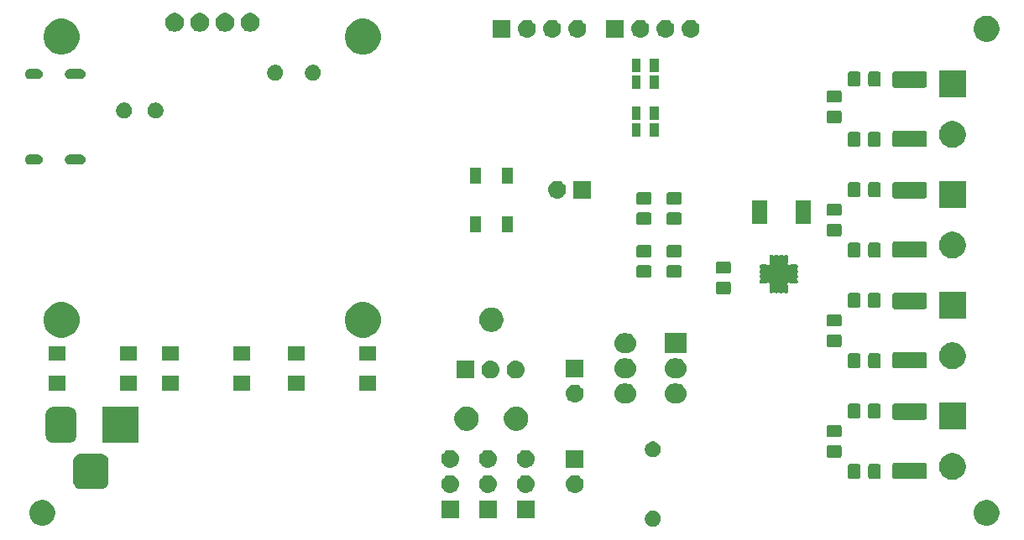
<source format=gbr>
G04 #@! TF.GenerationSoftware,KiCad,Pcbnew,(5.1.0-rc2-41-g6b3e9b0ed)*
G04 #@! TF.CreationDate,2021-09-28T16:44:10+02:00*
G04 #@! TF.ProjectId,styro_control,73747972-6f5f-4636-9f6e-74726f6c2e6b,rev?*
G04 #@! TF.SameCoordinates,Original*
G04 #@! TF.FileFunction,Soldermask,Bot*
G04 #@! TF.FilePolarity,Negative*
%FSLAX46Y46*%
G04 Gerber Fmt 4.6, Leading zero omitted, Abs format (unit mm)*
G04 Created by KiCad (PCBNEW (5.1.0-rc2-41-g6b3e9b0ed)) date 2021-09-28 16:44:10*
%MOMM*%
%LPD*%
G04 APERTURE LIST*
%ADD10C,0.100000*%
G04 APERTURE END LIST*
D10*
G36*
X138663642Y-117288781D02*
G01*
X138809414Y-117349162D01*
X138809416Y-117349163D01*
X138940608Y-117436822D01*
X139052178Y-117548392D01*
X139088757Y-117603137D01*
X139139838Y-117679586D01*
X139200219Y-117825358D01*
X139231000Y-117980107D01*
X139231000Y-118137893D01*
X139200219Y-118292642D01*
X139139838Y-118438414D01*
X139139837Y-118438416D01*
X139052178Y-118569608D01*
X138940608Y-118681178D01*
X138809416Y-118768837D01*
X138809415Y-118768838D01*
X138809414Y-118768838D01*
X138663642Y-118829219D01*
X138508893Y-118860000D01*
X138351107Y-118860000D01*
X138196358Y-118829219D01*
X138050586Y-118768838D01*
X138050585Y-118768838D01*
X138050584Y-118768837D01*
X137919392Y-118681178D01*
X137807822Y-118569608D01*
X137720163Y-118438416D01*
X137720162Y-118438414D01*
X137659781Y-118292642D01*
X137629000Y-118137893D01*
X137629000Y-117980107D01*
X137659781Y-117825358D01*
X137720162Y-117679586D01*
X137771243Y-117603137D01*
X137807822Y-117548392D01*
X137919392Y-117436822D01*
X138050584Y-117349163D01*
X138050586Y-117349162D01*
X138196358Y-117288781D01*
X138351107Y-117258000D01*
X138508893Y-117258000D01*
X138663642Y-117288781D01*
X138663642Y-117288781D01*
G37*
G36*
X77214487Y-116223996D02*
G01*
X77451253Y-116322068D01*
X77451255Y-116322069D01*
X77664339Y-116464447D01*
X77845553Y-116645661D01*
X77987932Y-116858747D01*
X78086004Y-117095513D01*
X78136000Y-117346861D01*
X78136000Y-117603139D01*
X78086004Y-117854487D01*
X78033970Y-117980107D01*
X77987931Y-118091255D01*
X77845553Y-118304339D01*
X77664339Y-118485553D01*
X77451255Y-118627931D01*
X77451254Y-118627932D01*
X77451253Y-118627932D01*
X77214487Y-118726004D01*
X76963139Y-118776000D01*
X76706861Y-118776000D01*
X76455513Y-118726004D01*
X76218747Y-118627932D01*
X76218746Y-118627932D01*
X76218745Y-118627931D01*
X76005661Y-118485553D01*
X75824447Y-118304339D01*
X75682069Y-118091255D01*
X75636030Y-117980107D01*
X75583996Y-117854487D01*
X75534000Y-117603139D01*
X75534000Y-117346861D01*
X75583996Y-117095513D01*
X75682068Y-116858747D01*
X75824447Y-116645661D01*
X76005661Y-116464447D01*
X76218745Y-116322069D01*
X76218747Y-116322068D01*
X76455513Y-116223996D01*
X76706861Y-116174000D01*
X76963139Y-116174000D01*
X77214487Y-116223996D01*
X77214487Y-116223996D01*
G37*
G36*
X172464487Y-116223996D02*
G01*
X172701253Y-116322068D01*
X172701255Y-116322069D01*
X172914339Y-116464447D01*
X173095553Y-116645661D01*
X173237932Y-116858747D01*
X173336004Y-117095513D01*
X173386000Y-117346861D01*
X173386000Y-117603139D01*
X173336004Y-117854487D01*
X173283970Y-117980107D01*
X173237931Y-118091255D01*
X173095553Y-118304339D01*
X172914339Y-118485553D01*
X172701255Y-118627931D01*
X172701254Y-118627932D01*
X172701253Y-118627932D01*
X172464487Y-118726004D01*
X172213139Y-118776000D01*
X171956861Y-118776000D01*
X171705513Y-118726004D01*
X171468747Y-118627932D01*
X171468746Y-118627932D01*
X171468745Y-118627931D01*
X171255661Y-118485553D01*
X171074447Y-118304339D01*
X170932069Y-118091255D01*
X170886030Y-117980107D01*
X170833996Y-117854487D01*
X170784000Y-117603139D01*
X170784000Y-117346861D01*
X170833996Y-117095513D01*
X170932068Y-116858747D01*
X171074447Y-116645661D01*
X171255661Y-116464447D01*
X171468745Y-116322069D01*
X171468747Y-116322068D01*
X171705513Y-116223996D01*
X171956861Y-116174000D01*
X172213139Y-116174000D01*
X172464487Y-116223996D01*
X172464487Y-116223996D01*
G37*
G36*
X126504000Y-117995000D02*
G01*
X124702000Y-117995000D01*
X124702000Y-116193000D01*
X126504000Y-116193000D01*
X126504000Y-117995000D01*
X126504000Y-117995000D01*
G37*
G36*
X118884000Y-117995000D02*
G01*
X117082000Y-117995000D01*
X117082000Y-116193000D01*
X118884000Y-116193000D01*
X118884000Y-117995000D01*
X118884000Y-117995000D01*
G37*
G36*
X122694000Y-117995000D02*
G01*
X120892000Y-117995000D01*
X120892000Y-116193000D01*
X122694000Y-116193000D01*
X122694000Y-117995000D01*
X122694000Y-117995000D01*
G37*
G36*
X125713442Y-113659518D02*
G01*
X125779627Y-113666037D01*
X125949466Y-113717557D01*
X126105991Y-113801222D01*
X126135441Y-113825391D01*
X126243186Y-113913814D01*
X126325637Y-114014282D01*
X126355778Y-114051009D01*
X126355779Y-114051011D01*
X126427666Y-114185500D01*
X126439443Y-114207534D01*
X126490963Y-114377373D01*
X126508359Y-114554000D01*
X126490963Y-114730627D01*
X126439443Y-114900466D01*
X126355778Y-115056991D01*
X126346171Y-115068697D01*
X126243186Y-115194186D01*
X126141729Y-115277448D01*
X126105991Y-115306778D01*
X125949466Y-115390443D01*
X125779627Y-115441963D01*
X125713442Y-115448482D01*
X125647260Y-115455000D01*
X125558740Y-115455000D01*
X125492558Y-115448482D01*
X125426373Y-115441963D01*
X125256534Y-115390443D01*
X125100009Y-115306778D01*
X125064271Y-115277448D01*
X124962814Y-115194186D01*
X124859829Y-115068697D01*
X124850222Y-115056991D01*
X124766557Y-114900466D01*
X124715037Y-114730627D01*
X124697641Y-114554000D01*
X124715037Y-114377373D01*
X124766557Y-114207534D01*
X124778335Y-114185500D01*
X124850221Y-114051011D01*
X124850222Y-114051009D01*
X124880363Y-114014282D01*
X124962814Y-113913814D01*
X125070559Y-113825391D01*
X125100009Y-113801222D01*
X125256534Y-113717557D01*
X125426373Y-113666037D01*
X125492558Y-113659518D01*
X125558740Y-113653000D01*
X125647260Y-113653000D01*
X125713442Y-113659518D01*
X125713442Y-113659518D01*
G37*
G36*
X121903442Y-113659518D02*
G01*
X121969627Y-113666037D01*
X122139466Y-113717557D01*
X122295991Y-113801222D01*
X122325441Y-113825391D01*
X122433186Y-113913814D01*
X122515637Y-114014282D01*
X122545778Y-114051009D01*
X122545779Y-114051011D01*
X122617666Y-114185500D01*
X122629443Y-114207534D01*
X122680963Y-114377373D01*
X122698359Y-114554000D01*
X122680963Y-114730627D01*
X122629443Y-114900466D01*
X122545778Y-115056991D01*
X122536171Y-115068697D01*
X122433186Y-115194186D01*
X122331729Y-115277448D01*
X122295991Y-115306778D01*
X122139466Y-115390443D01*
X121969627Y-115441963D01*
X121903442Y-115448482D01*
X121837260Y-115455000D01*
X121748740Y-115455000D01*
X121682558Y-115448482D01*
X121616373Y-115441963D01*
X121446534Y-115390443D01*
X121290009Y-115306778D01*
X121254271Y-115277448D01*
X121152814Y-115194186D01*
X121049829Y-115068697D01*
X121040222Y-115056991D01*
X120956557Y-114900466D01*
X120905037Y-114730627D01*
X120887641Y-114554000D01*
X120905037Y-114377373D01*
X120956557Y-114207534D01*
X120968335Y-114185500D01*
X121040221Y-114051011D01*
X121040222Y-114051009D01*
X121070363Y-114014282D01*
X121152814Y-113913814D01*
X121260559Y-113825391D01*
X121290009Y-113801222D01*
X121446534Y-113717557D01*
X121616373Y-113666037D01*
X121682558Y-113659518D01*
X121748740Y-113653000D01*
X121837260Y-113653000D01*
X121903442Y-113659518D01*
X121903442Y-113659518D01*
G37*
G36*
X118093442Y-113659518D02*
G01*
X118159627Y-113666037D01*
X118329466Y-113717557D01*
X118485991Y-113801222D01*
X118515441Y-113825391D01*
X118623186Y-113913814D01*
X118705637Y-114014282D01*
X118735778Y-114051009D01*
X118735779Y-114051011D01*
X118807666Y-114185500D01*
X118819443Y-114207534D01*
X118870963Y-114377373D01*
X118888359Y-114554000D01*
X118870963Y-114730627D01*
X118819443Y-114900466D01*
X118735778Y-115056991D01*
X118726171Y-115068697D01*
X118623186Y-115194186D01*
X118521729Y-115277448D01*
X118485991Y-115306778D01*
X118329466Y-115390443D01*
X118159627Y-115441963D01*
X118093442Y-115448482D01*
X118027260Y-115455000D01*
X117938740Y-115455000D01*
X117872558Y-115448482D01*
X117806373Y-115441963D01*
X117636534Y-115390443D01*
X117480009Y-115306778D01*
X117444271Y-115277448D01*
X117342814Y-115194186D01*
X117239829Y-115068697D01*
X117230222Y-115056991D01*
X117146557Y-114900466D01*
X117095037Y-114730627D01*
X117077641Y-114554000D01*
X117095037Y-114377373D01*
X117146557Y-114207534D01*
X117158335Y-114185500D01*
X117230221Y-114051011D01*
X117230222Y-114051009D01*
X117260363Y-114014282D01*
X117342814Y-113913814D01*
X117450559Y-113825391D01*
X117480009Y-113801222D01*
X117636534Y-113717557D01*
X117806373Y-113666037D01*
X117872558Y-113659518D01*
X117938740Y-113653000D01*
X118027260Y-113653000D01*
X118093442Y-113659518D01*
X118093442Y-113659518D01*
G37*
G36*
X130666442Y-113659518D02*
G01*
X130732627Y-113666037D01*
X130902466Y-113717557D01*
X131058991Y-113801222D01*
X131088441Y-113825391D01*
X131196186Y-113913814D01*
X131278637Y-114014282D01*
X131308778Y-114051009D01*
X131308779Y-114051011D01*
X131380666Y-114185500D01*
X131392443Y-114207534D01*
X131443963Y-114377373D01*
X131461359Y-114554000D01*
X131443963Y-114730627D01*
X131392443Y-114900466D01*
X131308778Y-115056991D01*
X131299171Y-115068697D01*
X131196186Y-115194186D01*
X131094729Y-115277448D01*
X131058991Y-115306778D01*
X130902466Y-115390443D01*
X130732627Y-115441963D01*
X130666442Y-115448482D01*
X130600260Y-115455000D01*
X130511740Y-115455000D01*
X130445558Y-115448482D01*
X130379373Y-115441963D01*
X130209534Y-115390443D01*
X130053009Y-115306778D01*
X130017271Y-115277448D01*
X129915814Y-115194186D01*
X129812829Y-115068697D01*
X129803222Y-115056991D01*
X129719557Y-114900466D01*
X129668037Y-114730627D01*
X129650641Y-114554000D01*
X129668037Y-114377373D01*
X129719557Y-114207534D01*
X129731335Y-114185500D01*
X129803221Y-114051011D01*
X129803222Y-114051009D01*
X129833363Y-114014282D01*
X129915814Y-113913814D01*
X130023559Y-113825391D01*
X130053009Y-113801222D01*
X130209534Y-113717557D01*
X130379373Y-113666037D01*
X130445558Y-113659518D01*
X130511740Y-113653000D01*
X130600260Y-113653000D01*
X130666442Y-113659518D01*
X130666442Y-113659518D01*
G37*
G36*
X82866366Y-111500695D02*
G01*
X83023460Y-111548349D01*
X83168231Y-111625731D01*
X83295128Y-111729872D01*
X83399269Y-111856769D01*
X83476651Y-112001540D01*
X83524305Y-112158634D01*
X83541000Y-112328140D01*
X83541000Y-114241860D01*
X83524305Y-114411366D01*
X83476651Y-114568460D01*
X83399269Y-114713231D01*
X83295128Y-114840128D01*
X83168231Y-114944269D01*
X83023460Y-115021651D01*
X82866366Y-115069305D01*
X82696860Y-115086000D01*
X80783140Y-115086000D01*
X80613634Y-115069305D01*
X80456540Y-115021651D01*
X80311769Y-114944269D01*
X80184872Y-114840128D01*
X80080731Y-114713231D01*
X80003349Y-114568460D01*
X79955695Y-114411366D01*
X79939000Y-114241860D01*
X79939000Y-112328140D01*
X79955695Y-112158634D01*
X80003349Y-112001540D01*
X80080731Y-111856769D01*
X80184872Y-111729872D01*
X80311769Y-111625731D01*
X80456540Y-111548349D01*
X80613634Y-111500695D01*
X80783140Y-111484000D01*
X82696860Y-111484000D01*
X82866366Y-111500695D01*
X82866366Y-111500695D01*
G37*
G36*
X169050072Y-111476918D02*
G01*
X169273847Y-111569608D01*
X169295939Y-111578759D01*
X169349918Y-111614827D01*
X169517211Y-111726609D01*
X169705391Y-111914789D01*
X169853242Y-112136063D01*
X169955082Y-112381928D01*
X170007000Y-112642937D01*
X170007000Y-112909063D01*
X169955082Y-113170072D01*
X169853242Y-113415937D01*
X169705391Y-113637211D01*
X169517211Y-113825391D01*
X169446447Y-113872674D01*
X169295939Y-113973241D01*
X169295938Y-113973242D01*
X169295937Y-113973242D01*
X169050072Y-114075082D01*
X168789063Y-114127000D01*
X168522937Y-114127000D01*
X168261928Y-114075082D01*
X168016063Y-113973242D01*
X168016062Y-113973242D01*
X168016061Y-113973241D01*
X167865553Y-113872674D01*
X167794789Y-113825391D01*
X167606609Y-113637211D01*
X167458758Y-113415937D01*
X167356918Y-113170072D01*
X167305000Y-112909063D01*
X167305000Y-112642937D01*
X167356918Y-112381928D01*
X167458758Y-112136063D01*
X167606609Y-111914789D01*
X167794789Y-111726609D01*
X167962082Y-111614827D01*
X168016061Y-111578759D01*
X168038154Y-111569608D01*
X168261928Y-111476918D01*
X168522937Y-111425000D01*
X168789063Y-111425000D01*
X169050072Y-111476918D01*
X169050072Y-111476918D01*
G37*
G36*
X165916820Y-112414103D02*
G01*
X165950985Y-112424467D01*
X165982464Y-112441293D01*
X166010060Y-112463940D01*
X166032707Y-112491536D01*
X166049533Y-112523015D01*
X166059897Y-112557180D01*
X166064000Y-112598842D01*
X166064000Y-113848158D01*
X166059897Y-113889820D01*
X166049533Y-113923985D01*
X166032707Y-113955464D01*
X166010060Y-113983060D01*
X165982464Y-114005707D01*
X165950985Y-114022533D01*
X165916820Y-114032897D01*
X165875158Y-114037000D01*
X162800842Y-114037000D01*
X162759180Y-114032897D01*
X162725015Y-114022533D01*
X162693536Y-114005707D01*
X162665940Y-113983060D01*
X162643293Y-113955464D01*
X162626467Y-113923985D01*
X162616103Y-113889820D01*
X162612000Y-113848158D01*
X162612000Y-112598842D01*
X162616103Y-112557180D01*
X162626467Y-112523015D01*
X162643293Y-112491536D01*
X162665940Y-112463940D01*
X162693536Y-112441293D01*
X162725015Y-112424467D01*
X162759180Y-112414103D01*
X162800842Y-112410000D01*
X165875158Y-112410000D01*
X165916820Y-112414103D01*
X165916820Y-112414103D01*
G37*
G36*
X161254674Y-112537465D02*
G01*
X161292367Y-112548899D01*
X161327103Y-112567466D01*
X161357548Y-112592452D01*
X161382534Y-112622897D01*
X161401101Y-112657633D01*
X161412535Y-112695326D01*
X161417000Y-112740661D01*
X161417000Y-113827339D01*
X161412535Y-113872674D01*
X161401101Y-113910367D01*
X161382534Y-113945103D01*
X161357548Y-113975548D01*
X161327103Y-114000534D01*
X161292367Y-114019101D01*
X161254674Y-114030535D01*
X161209339Y-114035000D01*
X160372661Y-114035000D01*
X160327326Y-114030535D01*
X160289633Y-114019101D01*
X160254897Y-114000534D01*
X160224452Y-113975548D01*
X160199466Y-113945103D01*
X160180899Y-113910367D01*
X160169465Y-113872674D01*
X160165000Y-113827339D01*
X160165000Y-112740661D01*
X160169465Y-112695326D01*
X160180899Y-112657633D01*
X160199466Y-112622897D01*
X160224452Y-112592452D01*
X160254897Y-112567466D01*
X160289633Y-112548899D01*
X160327326Y-112537465D01*
X160372661Y-112533000D01*
X161209339Y-112533000D01*
X161254674Y-112537465D01*
X161254674Y-112537465D01*
G37*
G36*
X159204674Y-112537465D02*
G01*
X159242367Y-112548899D01*
X159277103Y-112567466D01*
X159307548Y-112592452D01*
X159332534Y-112622897D01*
X159351101Y-112657633D01*
X159362535Y-112695326D01*
X159367000Y-112740661D01*
X159367000Y-113827339D01*
X159362535Y-113872674D01*
X159351101Y-113910367D01*
X159332534Y-113945103D01*
X159307548Y-113975548D01*
X159277103Y-114000534D01*
X159242367Y-114019101D01*
X159204674Y-114030535D01*
X159159339Y-114035000D01*
X158322661Y-114035000D01*
X158277326Y-114030535D01*
X158239633Y-114019101D01*
X158204897Y-114000534D01*
X158174452Y-113975548D01*
X158149466Y-113945103D01*
X158130899Y-113910367D01*
X158119465Y-113872674D01*
X158115000Y-113827339D01*
X158115000Y-112740661D01*
X158119465Y-112695326D01*
X158130899Y-112657633D01*
X158149466Y-112622897D01*
X158174452Y-112592452D01*
X158204897Y-112567466D01*
X158239633Y-112548899D01*
X158277326Y-112537465D01*
X158322661Y-112533000D01*
X159159339Y-112533000D01*
X159204674Y-112537465D01*
X159204674Y-112537465D01*
G37*
G36*
X118093443Y-111119519D02*
G01*
X118159627Y-111126037D01*
X118329466Y-111177557D01*
X118485991Y-111261222D01*
X118521729Y-111290552D01*
X118623186Y-111373814D01*
X118706448Y-111475271D01*
X118735778Y-111511009D01*
X118819443Y-111667534D01*
X118870963Y-111837373D01*
X118888359Y-112014000D01*
X118870963Y-112190627D01*
X118829249Y-112328140D01*
X118819442Y-112360468D01*
X118782114Y-112430303D01*
X118735778Y-112516991D01*
X118718975Y-112537465D01*
X118623186Y-112654186D01*
X118521729Y-112737448D01*
X118485991Y-112766778D01*
X118329466Y-112850443D01*
X118159627Y-112901963D01*
X118093442Y-112908482D01*
X118027260Y-112915000D01*
X117938740Y-112915000D01*
X117872558Y-112908482D01*
X117806373Y-112901963D01*
X117636534Y-112850443D01*
X117480009Y-112766778D01*
X117444271Y-112737448D01*
X117342814Y-112654186D01*
X117247025Y-112537465D01*
X117230222Y-112516991D01*
X117183886Y-112430303D01*
X117146558Y-112360468D01*
X117136751Y-112328140D01*
X117095037Y-112190627D01*
X117077641Y-112014000D01*
X117095037Y-111837373D01*
X117146557Y-111667534D01*
X117230222Y-111511009D01*
X117259552Y-111475271D01*
X117342814Y-111373814D01*
X117444271Y-111290552D01*
X117480009Y-111261222D01*
X117636534Y-111177557D01*
X117806373Y-111126037D01*
X117872557Y-111119519D01*
X117938740Y-111113000D01*
X118027260Y-111113000D01*
X118093443Y-111119519D01*
X118093443Y-111119519D01*
G37*
G36*
X121903443Y-111119519D02*
G01*
X121969627Y-111126037D01*
X122139466Y-111177557D01*
X122295991Y-111261222D01*
X122331729Y-111290552D01*
X122433186Y-111373814D01*
X122516448Y-111475271D01*
X122545778Y-111511009D01*
X122629443Y-111667534D01*
X122680963Y-111837373D01*
X122698359Y-112014000D01*
X122680963Y-112190627D01*
X122639249Y-112328140D01*
X122629442Y-112360468D01*
X122592114Y-112430303D01*
X122545778Y-112516991D01*
X122528975Y-112537465D01*
X122433186Y-112654186D01*
X122331729Y-112737448D01*
X122295991Y-112766778D01*
X122139466Y-112850443D01*
X121969627Y-112901963D01*
X121903442Y-112908482D01*
X121837260Y-112915000D01*
X121748740Y-112915000D01*
X121682558Y-112908482D01*
X121616373Y-112901963D01*
X121446534Y-112850443D01*
X121290009Y-112766778D01*
X121254271Y-112737448D01*
X121152814Y-112654186D01*
X121057025Y-112537465D01*
X121040222Y-112516991D01*
X120993886Y-112430303D01*
X120956558Y-112360468D01*
X120946751Y-112328140D01*
X120905037Y-112190627D01*
X120887641Y-112014000D01*
X120905037Y-111837373D01*
X120956557Y-111667534D01*
X121040222Y-111511009D01*
X121069552Y-111475271D01*
X121152814Y-111373814D01*
X121254271Y-111290552D01*
X121290009Y-111261222D01*
X121446534Y-111177557D01*
X121616373Y-111126037D01*
X121682557Y-111119519D01*
X121748740Y-111113000D01*
X121837260Y-111113000D01*
X121903443Y-111119519D01*
X121903443Y-111119519D01*
G37*
G36*
X125713443Y-111119519D02*
G01*
X125779627Y-111126037D01*
X125949466Y-111177557D01*
X126105991Y-111261222D01*
X126141729Y-111290552D01*
X126243186Y-111373814D01*
X126326448Y-111475271D01*
X126355778Y-111511009D01*
X126439443Y-111667534D01*
X126490963Y-111837373D01*
X126508359Y-112014000D01*
X126490963Y-112190627D01*
X126449249Y-112328140D01*
X126439442Y-112360468D01*
X126402114Y-112430303D01*
X126355778Y-112516991D01*
X126338975Y-112537465D01*
X126243186Y-112654186D01*
X126141729Y-112737448D01*
X126105991Y-112766778D01*
X125949466Y-112850443D01*
X125779627Y-112901963D01*
X125713442Y-112908482D01*
X125647260Y-112915000D01*
X125558740Y-112915000D01*
X125492558Y-112908482D01*
X125426373Y-112901963D01*
X125256534Y-112850443D01*
X125100009Y-112766778D01*
X125064271Y-112737448D01*
X124962814Y-112654186D01*
X124867025Y-112537465D01*
X124850222Y-112516991D01*
X124803886Y-112430303D01*
X124766558Y-112360468D01*
X124756751Y-112328140D01*
X124715037Y-112190627D01*
X124697641Y-112014000D01*
X124715037Y-111837373D01*
X124766557Y-111667534D01*
X124850222Y-111511009D01*
X124879552Y-111475271D01*
X124962814Y-111373814D01*
X125064271Y-111290552D01*
X125100009Y-111261222D01*
X125256534Y-111177557D01*
X125426373Y-111126037D01*
X125492557Y-111119519D01*
X125558740Y-111113000D01*
X125647260Y-111113000D01*
X125713443Y-111119519D01*
X125713443Y-111119519D01*
G37*
G36*
X131457000Y-112915000D02*
G01*
X129655000Y-112915000D01*
X129655000Y-111113000D01*
X131457000Y-111113000D01*
X131457000Y-112915000D01*
X131457000Y-112915000D01*
G37*
G36*
X157306674Y-110639465D02*
G01*
X157344367Y-110650899D01*
X157379103Y-110669466D01*
X157409548Y-110694452D01*
X157434534Y-110724897D01*
X157453101Y-110759633D01*
X157464535Y-110797326D01*
X157469000Y-110842661D01*
X157469000Y-111679339D01*
X157464535Y-111724674D01*
X157453101Y-111762367D01*
X157434534Y-111797103D01*
X157409548Y-111827548D01*
X157379103Y-111852534D01*
X157344367Y-111871101D01*
X157306674Y-111882535D01*
X157261339Y-111887000D01*
X156174661Y-111887000D01*
X156129326Y-111882535D01*
X156091633Y-111871101D01*
X156056897Y-111852534D01*
X156026452Y-111827548D01*
X156001466Y-111797103D01*
X155982899Y-111762367D01*
X155971465Y-111724674D01*
X155967000Y-111679339D01*
X155967000Y-110842661D01*
X155971465Y-110797326D01*
X155982899Y-110759633D01*
X156001466Y-110724897D01*
X156026452Y-110694452D01*
X156056897Y-110669466D01*
X156091633Y-110650899D01*
X156129326Y-110639465D01*
X156174661Y-110635000D01*
X157261339Y-110635000D01*
X157306674Y-110639465D01*
X157306674Y-110639465D01*
G37*
G36*
X138663642Y-110288781D02*
G01*
X138809414Y-110349162D01*
X138809416Y-110349163D01*
X138940608Y-110436822D01*
X139052178Y-110548392D01*
X139120670Y-110650899D01*
X139139838Y-110679586D01*
X139200219Y-110825358D01*
X139231000Y-110980107D01*
X139231000Y-111137893D01*
X139200219Y-111292642D01*
X139166596Y-111373814D01*
X139139837Y-111438416D01*
X139052178Y-111569608D01*
X138940608Y-111681178D01*
X138809416Y-111768837D01*
X138809415Y-111768838D01*
X138809414Y-111768838D01*
X138663642Y-111829219D01*
X138508893Y-111860000D01*
X138351107Y-111860000D01*
X138196358Y-111829219D01*
X138050586Y-111768838D01*
X138050585Y-111768838D01*
X138050584Y-111768837D01*
X137919392Y-111681178D01*
X137807822Y-111569608D01*
X137720163Y-111438416D01*
X137693404Y-111373814D01*
X137659781Y-111292642D01*
X137629000Y-111137893D01*
X137629000Y-110980107D01*
X137659781Y-110825358D01*
X137720162Y-110679586D01*
X137739330Y-110650899D01*
X137807822Y-110548392D01*
X137919392Y-110436822D01*
X138050584Y-110349163D01*
X138050586Y-110349162D01*
X138196358Y-110288781D01*
X138351107Y-110258000D01*
X138508893Y-110258000D01*
X138663642Y-110288781D01*
X138663642Y-110288781D01*
G37*
G36*
X86541000Y-110386000D02*
G01*
X82939000Y-110386000D01*
X82939000Y-106784000D01*
X86541000Y-106784000D01*
X86541000Y-110386000D01*
X86541000Y-110386000D01*
G37*
G36*
X79716979Y-106798293D02*
G01*
X79850625Y-106838834D01*
X79973784Y-106904664D01*
X80081740Y-106993260D01*
X80170336Y-107101216D01*
X80236166Y-107224375D01*
X80276707Y-107358021D01*
X80291000Y-107503140D01*
X80291000Y-109666860D01*
X80276707Y-109811979D01*
X80236166Y-109945625D01*
X80170336Y-110068784D01*
X80081740Y-110176740D01*
X79973784Y-110265336D01*
X79850625Y-110331166D01*
X79716979Y-110371707D01*
X79571860Y-110386000D01*
X77908140Y-110386000D01*
X77763021Y-110371707D01*
X77629375Y-110331166D01*
X77506216Y-110265336D01*
X77398260Y-110176740D01*
X77309664Y-110068784D01*
X77243834Y-109945625D01*
X77203293Y-109811979D01*
X77189000Y-109666860D01*
X77189000Y-107503140D01*
X77203293Y-107358021D01*
X77243834Y-107224375D01*
X77309664Y-107101216D01*
X77398260Y-106993260D01*
X77506216Y-106904664D01*
X77629375Y-106838834D01*
X77763021Y-106798293D01*
X77908140Y-106784000D01*
X79571860Y-106784000D01*
X79716979Y-106798293D01*
X79716979Y-106798293D01*
G37*
G36*
X157306674Y-108589465D02*
G01*
X157344367Y-108600899D01*
X157379103Y-108619466D01*
X157409548Y-108644452D01*
X157434534Y-108674897D01*
X157453101Y-108709633D01*
X157464535Y-108747326D01*
X157469000Y-108792661D01*
X157469000Y-109629339D01*
X157464535Y-109674674D01*
X157453101Y-109712367D01*
X157434534Y-109747103D01*
X157409548Y-109777548D01*
X157379103Y-109802534D01*
X157344367Y-109821101D01*
X157306674Y-109832535D01*
X157261339Y-109837000D01*
X156174661Y-109837000D01*
X156129326Y-109832535D01*
X156091633Y-109821101D01*
X156056897Y-109802534D01*
X156026452Y-109777548D01*
X156001466Y-109747103D01*
X155982899Y-109712367D01*
X155971465Y-109674674D01*
X155967000Y-109629339D01*
X155967000Y-108792661D01*
X155971465Y-108747326D01*
X155982899Y-108709633D01*
X156001466Y-108674897D01*
X156026452Y-108644452D01*
X156056897Y-108619466D01*
X156091633Y-108600899D01*
X156129326Y-108589465D01*
X156174661Y-108585000D01*
X157261339Y-108585000D01*
X157306674Y-108589465D01*
X157306674Y-108589465D01*
G37*
G36*
X124990153Y-106775922D02*
G01*
X125082194Y-106814047D01*
X125212359Y-106867963D01*
X125412342Y-107001587D01*
X125582413Y-107171658D01*
X125716037Y-107371641D01*
X125808078Y-107593848D01*
X125855000Y-107829741D01*
X125855000Y-108070259D01*
X125808078Y-108306152D01*
X125716037Y-108528359D01*
X125582413Y-108728342D01*
X125412342Y-108898413D01*
X125212359Y-109032037D01*
X125082194Y-109085953D01*
X124990153Y-109124078D01*
X124754259Y-109171000D01*
X124513741Y-109171000D01*
X124277847Y-109124078D01*
X124185806Y-109085953D01*
X124055641Y-109032037D01*
X123855658Y-108898413D01*
X123685587Y-108728342D01*
X123551963Y-108528359D01*
X123459922Y-108306152D01*
X123413000Y-108070259D01*
X123413000Y-107829741D01*
X123459922Y-107593848D01*
X123551963Y-107371641D01*
X123685587Y-107171658D01*
X123855658Y-107001587D01*
X124055641Y-106867963D01*
X124185806Y-106814047D01*
X124277847Y-106775922D01*
X124513741Y-106729000D01*
X124754259Y-106729000D01*
X124990153Y-106775922D01*
X124990153Y-106775922D01*
G37*
G36*
X119990153Y-106775922D02*
G01*
X120082194Y-106814047D01*
X120212359Y-106867963D01*
X120412342Y-107001587D01*
X120582413Y-107171658D01*
X120716037Y-107371641D01*
X120808078Y-107593848D01*
X120855000Y-107829741D01*
X120855000Y-108070259D01*
X120808078Y-108306152D01*
X120716037Y-108528359D01*
X120582413Y-108728342D01*
X120412342Y-108898413D01*
X120212359Y-109032037D01*
X120082194Y-109085953D01*
X119990153Y-109124078D01*
X119754259Y-109171000D01*
X119513741Y-109171000D01*
X119277847Y-109124078D01*
X119185806Y-109085953D01*
X119055641Y-109032037D01*
X118855658Y-108898413D01*
X118685587Y-108728342D01*
X118551963Y-108528359D01*
X118459922Y-108306152D01*
X118413000Y-108070259D01*
X118413000Y-107829741D01*
X118459922Y-107593848D01*
X118551963Y-107371641D01*
X118685587Y-107171658D01*
X118855658Y-107001587D01*
X119055641Y-106867963D01*
X119185806Y-106814047D01*
X119277847Y-106775922D01*
X119513741Y-106729000D01*
X119754259Y-106729000D01*
X119990153Y-106775922D01*
X119990153Y-106775922D01*
G37*
G36*
X170007000Y-109047000D02*
G01*
X167305000Y-109047000D01*
X167305000Y-106345000D01*
X170007000Y-106345000D01*
X170007000Y-109047000D01*
X170007000Y-109047000D01*
G37*
G36*
X165916820Y-106439103D02*
G01*
X165950985Y-106449467D01*
X165982464Y-106466293D01*
X166010060Y-106488940D01*
X166032707Y-106516536D01*
X166049533Y-106548015D01*
X166059897Y-106582180D01*
X166064000Y-106623842D01*
X166064000Y-107873158D01*
X166059897Y-107914820D01*
X166049533Y-107948985D01*
X166032707Y-107980464D01*
X166010060Y-108008060D01*
X165982464Y-108030707D01*
X165950985Y-108047533D01*
X165916820Y-108057897D01*
X165875158Y-108062000D01*
X162800842Y-108062000D01*
X162759180Y-108057897D01*
X162725015Y-108047533D01*
X162693536Y-108030707D01*
X162665940Y-108008060D01*
X162643293Y-107980464D01*
X162626467Y-107948985D01*
X162616103Y-107914820D01*
X162612000Y-107873158D01*
X162612000Y-106623842D01*
X162616103Y-106582180D01*
X162626467Y-106548015D01*
X162643293Y-106516536D01*
X162665940Y-106488940D01*
X162693536Y-106466293D01*
X162725015Y-106449467D01*
X162759180Y-106439103D01*
X162800842Y-106435000D01*
X165875158Y-106435000D01*
X165916820Y-106439103D01*
X165916820Y-106439103D01*
G37*
G36*
X159195674Y-106441465D02*
G01*
X159233367Y-106452899D01*
X159268103Y-106471466D01*
X159298548Y-106496452D01*
X159323534Y-106526897D01*
X159342101Y-106561633D01*
X159353535Y-106599326D01*
X159358000Y-106644661D01*
X159358000Y-107731339D01*
X159353535Y-107776674D01*
X159342101Y-107814367D01*
X159323534Y-107849103D01*
X159298548Y-107879548D01*
X159268103Y-107904534D01*
X159233367Y-107923101D01*
X159195674Y-107934535D01*
X159150339Y-107939000D01*
X158313661Y-107939000D01*
X158268326Y-107934535D01*
X158230633Y-107923101D01*
X158195897Y-107904534D01*
X158165452Y-107879548D01*
X158140466Y-107849103D01*
X158121899Y-107814367D01*
X158110465Y-107776674D01*
X158106000Y-107731339D01*
X158106000Y-106644661D01*
X158110465Y-106599326D01*
X158121899Y-106561633D01*
X158140466Y-106526897D01*
X158165452Y-106496452D01*
X158195897Y-106471466D01*
X158230633Y-106452899D01*
X158268326Y-106441465D01*
X158313661Y-106437000D01*
X159150339Y-106437000D01*
X159195674Y-106441465D01*
X159195674Y-106441465D01*
G37*
G36*
X161245674Y-106441465D02*
G01*
X161283367Y-106452899D01*
X161318103Y-106471466D01*
X161348548Y-106496452D01*
X161373534Y-106526897D01*
X161392101Y-106561633D01*
X161403535Y-106599326D01*
X161408000Y-106644661D01*
X161408000Y-107731339D01*
X161403535Y-107776674D01*
X161392101Y-107814367D01*
X161373534Y-107849103D01*
X161348548Y-107879548D01*
X161318103Y-107904534D01*
X161283367Y-107923101D01*
X161245674Y-107934535D01*
X161200339Y-107939000D01*
X160363661Y-107939000D01*
X160318326Y-107934535D01*
X160280633Y-107923101D01*
X160245897Y-107904534D01*
X160215452Y-107879548D01*
X160190466Y-107849103D01*
X160171899Y-107814367D01*
X160160465Y-107776674D01*
X160156000Y-107731339D01*
X160156000Y-106644661D01*
X160160465Y-106599326D01*
X160171899Y-106561633D01*
X160190466Y-106526897D01*
X160215452Y-106496452D01*
X160245897Y-106471466D01*
X160280633Y-106452899D01*
X160318326Y-106441465D01*
X160363661Y-106437000D01*
X161200339Y-106437000D01*
X161245674Y-106441465D01*
X161245674Y-106441465D01*
G37*
G36*
X135932228Y-104423483D02*
G01*
X136120922Y-104480723D01*
X136294815Y-104573671D01*
X136447239Y-104698761D01*
X136572329Y-104851185D01*
X136665277Y-105025078D01*
X136722517Y-105213772D01*
X136741843Y-105410000D01*
X136722517Y-105606228D01*
X136665277Y-105794922D01*
X136572329Y-105968815D01*
X136447239Y-106121239D01*
X136294815Y-106246329D01*
X136120922Y-106339277D01*
X135932228Y-106396517D01*
X135785175Y-106411000D01*
X135486825Y-106411000D01*
X135339772Y-106396517D01*
X135151078Y-106339277D01*
X134977185Y-106246329D01*
X134824761Y-106121239D01*
X134699671Y-105968815D01*
X134606723Y-105794922D01*
X134549483Y-105606228D01*
X134530157Y-105410000D01*
X134549483Y-105213772D01*
X134606723Y-105025078D01*
X134699671Y-104851185D01*
X134824761Y-104698761D01*
X134977185Y-104573671D01*
X135151078Y-104480723D01*
X135339772Y-104423483D01*
X135486825Y-104409000D01*
X135785175Y-104409000D01*
X135932228Y-104423483D01*
X135932228Y-104423483D01*
G37*
G36*
X141012228Y-104423483D02*
G01*
X141200922Y-104480723D01*
X141374815Y-104573671D01*
X141527239Y-104698761D01*
X141652329Y-104851185D01*
X141745277Y-105025078D01*
X141802517Y-105213772D01*
X141821843Y-105410000D01*
X141802517Y-105606228D01*
X141745277Y-105794922D01*
X141652329Y-105968815D01*
X141527239Y-106121239D01*
X141374815Y-106246329D01*
X141200922Y-106339277D01*
X141012228Y-106396517D01*
X140865175Y-106411000D01*
X140566825Y-106411000D01*
X140419772Y-106396517D01*
X140231078Y-106339277D01*
X140057185Y-106246329D01*
X139904761Y-106121239D01*
X139779671Y-105968815D01*
X139686723Y-105794922D01*
X139629483Y-105606228D01*
X139610157Y-105410000D01*
X139629483Y-105213772D01*
X139686723Y-105025078D01*
X139779671Y-104851185D01*
X139904761Y-104698761D01*
X140057185Y-104573671D01*
X140231078Y-104480723D01*
X140419772Y-104423483D01*
X140566825Y-104409000D01*
X140865175Y-104409000D01*
X141012228Y-104423483D01*
X141012228Y-104423483D01*
G37*
G36*
X130666443Y-104515519D02*
G01*
X130732627Y-104522037D01*
X130902466Y-104573557D01*
X131058991Y-104657222D01*
X131094729Y-104686552D01*
X131196186Y-104769814D01*
X131262964Y-104851185D01*
X131308778Y-104907009D01*
X131392443Y-105063534D01*
X131443963Y-105233373D01*
X131461359Y-105410000D01*
X131443963Y-105586627D01*
X131392443Y-105756466D01*
X131308778Y-105912991D01*
X131279448Y-105948729D01*
X131196186Y-106050186D01*
X131109606Y-106121239D01*
X131058991Y-106162778D01*
X130902466Y-106246443D01*
X130732627Y-106297963D01*
X130666442Y-106304482D01*
X130600260Y-106311000D01*
X130511740Y-106311000D01*
X130445558Y-106304482D01*
X130379373Y-106297963D01*
X130209534Y-106246443D01*
X130053009Y-106162778D01*
X130002394Y-106121239D01*
X129915814Y-106050186D01*
X129832552Y-105948729D01*
X129803222Y-105912991D01*
X129719557Y-105756466D01*
X129668037Y-105586627D01*
X129650641Y-105410000D01*
X129668037Y-105233373D01*
X129719557Y-105063534D01*
X129803222Y-104907009D01*
X129849036Y-104851185D01*
X129915814Y-104769814D01*
X130017271Y-104686552D01*
X130053009Y-104657222D01*
X130209534Y-104573557D01*
X130379373Y-104522037D01*
X130445557Y-104515519D01*
X130511740Y-104509000D01*
X130600260Y-104509000D01*
X130666443Y-104515519D01*
X130666443Y-104515519D01*
G37*
G36*
X90596000Y-105121000D02*
G01*
X88894000Y-105121000D01*
X88894000Y-103619000D01*
X90596000Y-103619000D01*
X90596000Y-105121000D01*
X90596000Y-105121000D01*
G37*
G36*
X97796000Y-105121000D02*
G01*
X96094000Y-105121000D01*
X96094000Y-103619000D01*
X97796000Y-103619000D01*
X97796000Y-105121000D01*
X97796000Y-105121000D01*
G37*
G36*
X86366000Y-105121000D02*
G01*
X84664000Y-105121000D01*
X84664000Y-103619000D01*
X86366000Y-103619000D01*
X86366000Y-105121000D01*
X86366000Y-105121000D01*
G37*
G36*
X79166000Y-105121000D02*
G01*
X77464000Y-105121000D01*
X77464000Y-103619000D01*
X79166000Y-103619000D01*
X79166000Y-105121000D01*
X79166000Y-105121000D01*
G37*
G36*
X110496000Y-105121000D02*
G01*
X108794000Y-105121000D01*
X108794000Y-103619000D01*
X110496000Y-103619000D01*
X110496000Y-105121000D01*
X110496000Y-105121000D01*
G37*
G36*
X103296000Y-105121000D02*
G01*
X101594000Y-105121000D01*
X101594000Y-103619000D01*
X103296000Y-103619000D01*
X103296000Y-105121000D01*
X103296000Y-105121000D01*
G37*
G36*
X124697443Y-102102519D02*
G01*
X124763627Y-102109037D01*
X124933466Y-102160557D01*
X125089991Y-102244222D01*
X125125729Y-102273552D01*
X125227186Y-102356814D01*
X125310448Y-102458271D01*
X125339778Y-102494009D01*
X125423443Y-102650534D01*
X125474963Y-102820373D01*
X125492359Y-102997000D01*
X125474963Y-103173627D01*
X125423443Y-103343466D01*
X125339778Y-103499991D01*
X125310448Y-103535729D01*
X125227186Y-103637186D01*
X125125729Y-103720448D01*
X125089991Y-103749778D01*
X124933466Y-103833443D01*
X124763627Y-103884963D01*
X124697442Y-103891482D01*
X124631260Y-103898000D01*
X124542740Y-103898000D01*
X124476557Y-103891481D01*
X124410373Y-103884963D01*
X124240534Y-103833443D01*
X124084009Y-103749778D01*
X124048271Y-103720448D01*
X123946814Y-103637186D01*
X123863552Y-103535729D01*
X123834222Y-103499991D01*
X123750557Y-103343466D01*
X123699037Y-103173627D01*
X123681641Y-102997000D01*
X123699037Y-102820373D01*
X123750557Y-102650534D01*
X123834222Y-102494009D01*
X123863552Y-102458271D01*
X123946814Y-102356814D01*
X124048271Y-102273552D01*
X124084009Y-102244222D01*
X124240534Y-102160557D01*
X124410373Y-102109037D01*
X124476558Y-102102518D01*
X124542740Y-102096000D01*
X124631260Y-102096000D01*
X124697443Y-102102519D01*
X124697443Y-102102519D01*
G37*
G36*
X122157443Y-102102519D02*
G01*
X122223627Y-102109037D01*
X122393466Y-102160557D01*
X122549991Y-102244222D01*
X122585729Y-102273552D01*
X122687186Y-102356814D01*
X122770448Y-102458271D01*
X122799778Y-102494009D01*
X122883443Y-102650534D01*
X122934963Y-102820373D01*
X122952359Y-102997000D01*
X122934963Y-103173627D01*
X122883443Y-103343466D01*
X122799778Y-103499991D01*
X122770448Y-103535729D01*
X122687186Y-103637186D01*
X122585729Y-103720448D01*
X122549991Y-103749778D01*
X122393466Y-103833443D01*
X122223627Y-103884963D01*
X122157442Y-103891482D01*
X122091260Y-103898000D01*
X122002740Y-103898000D01*
X121936557Y-103891481D01*
X121870373Y-103884963D01*
X121700534Y-103833443D01*
X121544009Y-103749778D01*
X121508271Y-103720448D01*
X121406814Y-103637186D01*
X121323552Y-103535729D01*
X121294222Y-103499991D01*
X121210557Y-103343466D01*
X121159037Y-103173627D01*
X121141641Y-102997000D01*
X121159037Y-102820373D01*
X121210557Y-102650534D01*
X121294222Y-102494009D01*
X121323552Y-102458271D01*
X121406814Y-102356814D01*
X121508271Y-102273552D01*
X121544009Y-102244222D01*
X121700534Y-102160557D01*
X121870373Y-102109037D01*
X121936558Y-102102518D01*
X122002740Y-102096000D01*
X122091260Y-102096000D01*
X122157443Y-102102519D01*
X122157443Y-102102519D01*
G37*
G36*
X120408000Y-103898000D02*
G01*
X118606000Y-103898000D01*
X118606000Y-102096000D01*
X120408000Y-102096000D01*
X120408000Y-103898000D01*
X120408000Y-103898000D01*
G37*
G36*
X135932228Y-101883483D02*
G01*
X136120922Y-101940723D01*
X136294815Y-102033671D01*
X136447239Y-102158761D01*
X136572329Y-102311185D01*
X136665277Y-102485078D01*
X136722517Y-102673772D01*
X136741843Y-102870000D01*
X136722517Y-103066228D01*
X136665277Y-103254922D01*
X136572329Y-103428815D01*
X136447239Y-103581239D01*
X136294815Y-103706329D01*
X136120922Y-103799277D01*
X135932228Y-103856517D01*
X135785175Y-103871000D01*
X135486825Y-103871000D01*
X135339772Y-103856517D01*
X135151078Y-103799277D01*
X134977185Y-103706329D01*
X134824761Y-103581239D01*
X134699671Y-103428815D01*
X134606723Y-103254922D01*
X134549483Y-103066228D01*
X134530157Y-102870000D01*
X134549483Y-102673772D01*
X134606723Y-102485078D01*
X134699671Y-102311185D01*
X134824761Y-102158761D01*
X134977185Y-102033671D01*
X135151078Y-101940723D01*
X135339772Y-101883483D01*
X135486825Y-101869000D01*
X135785175Y-101869000D01*
X135932228Y-101883483D01*
X135932228Y-101883483D01*
G37*
G36*
X141012228Y-101883483D02*
G01*
X141200922Y-101940723D01*
X141374815Y-102033671D01*
X141527239Y-102158761D01*
X141652329Y-102311185D01*
X141745277Y-102485078D01*
X141802517Y-102673772D01*
X141821843Y-102870000D01*
X141802517Y-103066228D01*
X141745277Y-103254922D01*
X141652329Y-103428815D01*
X141527239Y-103581239D01*
X141374815Y-103706329D01*
X141200922Y-103799277D01*
X141012228Y-103856517D01*
X140865175Y-103871000D01*
X140566825Y-103871000D01*
X140419772Y-103856517D01*
X140231078Y-103799277D01*
X140057185Y-103706329D01*
X139904761Y-103581239D01*
X139779671Y-103428815D01*
X139686723Y-103254922D01*
X139629483Y-103066228D01*
X139610157Y-102870000D01*
X139629483Y-102673772D01*
X139686723Y-102485078D01*
X139779671Y-102311185D01*
X139904761Y-102158761D01*
X140057185Y-102033671D01*
X140231078Y-101940723D01*
X140419772Y-101883483D01*
X140566825Y-101869000D01*
X140865175Y-101869000D01*
X141012228Y-101883483D01*
X141012228Y-101883483D01*
G37*
G36*
X131457000Y-103771000D02*
G01*
X129655000Y-103771000D01*
X129655000Y-101969000D01*
X131457000Y-101969000D01*
X131457000Y-103771000D01*
X131457000Y-103771000D01*
G37*
G36*
X169050072Y-100300918D02*
G01*
X169120283Y-100330000D01*
X169295939Y-100402759D01*
X169349918Y-100438827D01*
X169505798Y-100542983D01*
X169517212Y-100550610D01*
X169705390Y-100738788D01*
X169805636Y-100888815D01*
X169853242Y-100960063D01*
X169955082Y-101205928D01*
X170007000Y-101466937D01*
X170007000Y-101733063D01*
X169955082Y-101994072D01*
X169886866Y-102158762D01*
X169853241Y-102239939D01*
X169778813Y-102351328D01*
X169705391Y-102461211D01*
X169517211Y-102649391D01*
X169446447Y-102696674D01*
X169295939Y-102797241D01*
X169295938Y-102797242D01*
X169295937Y-102797242D01*
X169050072Y-102899082D01*
X168789063Y-102951000D01*
X168522937Y-102951000D01*
X168261928Y-102899082D01*
X168016063Y-102797242D01*
X168016062Y-102797242D01*
X168016061Y-102797241D01*
X167865553Y-102696674D01*
X167794789Y-102649391D01*
X167606609Y-102461211D01*
X167533187Y-102351328D01*
X167458759Y-102239939D01*
X167425135Y-102158762D01*
X167356918Y-101994072D01*
X167305000Y-101733063D01*
X167305000Y-101466937D01*
X167356918Y-101205928D01*
X167458758Y-100960063D01*
X167506365Y-100888815D01*
X167606610Y-100738788D01*
X167794788Y-100550610D01*
X167806203Y-100542983D01*
X167962082Y-100438827D01*
X168016061Y-100402759D01*
X168191718Y-100330000D01*
X168261928Y-100300918D01*
X168522937Y-100249000D01*
X168789063Y-100249000D01*
X169050072Y-100300918D01*
X169050072Y-100300918D01*
G37*
G36*
X165916820Y-101238103D02*
G01*
X165950985Y-101248467D01*
X165982464Y-101265293D01*
X166010060Y-101287940D01*
X166032707Y-101315536D01*
X166049533Y-101347015D01*
X166059897Y-101381180D01*
X166064000Y-101422842D01*
X166064000Y-102672158D01*
X166059897Y-102713820D01*
X166049533Y-102747985D01*
X166032707Y-102779464D01*
X166010060Y-102807060D01*
X165982464Y-102829707D01*
X165950985Y-102846533D01*
X165916820Y-102856897D01*
X165875158Y-102861000D01*
X162800842Y-102861000D01*
X162759180Y-102856897D01*
X162725015Y-102846533D01*
X162693536Y-102829707D01*
X162665940Y-102807060D01*
X162643293Y-102779464D01*
X162626467Y-102747985D01*
X162616103Y-102713820D01*
X162612000Y-102672158D01*
X162612000Y-101422842D01*
X162616103Y-101381180D01*
X162626467Y-101347015D01*
X162643293Y-101315536D01*
X162665940Y-101287940D01*
X162693536Y-101265293D01*
X162725015Y-101248467D01*
X162759180Y-101238103D01*
X162800842Y-101234000D01*
X165875158Y-101234000D01*
X165916820Y-101238103D01*
X165916820Y-101238103D01*
G37*
G36*
X161254674Y-101361465D02*
G01*
X161292367Y-101372899D01*
X161327103Y-101391466D01*
X161357548Y-101416452D01*
X161382534Y-101446897D01*
X161401101Y-101481633D01*
X161412535Y-101519326D01*
X161417000Y-101564661D01*
X161417000Y-102651339D01*
X161412535Y-102696674D01*
X161401101Y-102734367D01*
X161382534Y-102769103D01*
X161357548Y-102799548D01*
X161327103Y-102824534D01*
X161292367Y-102843101D01*
X161254674Y-102854535D01*
X161209339Y-102859000D01*
X160372661Y-102859000D01*
X160327326Y-102854535D01*
X160289633Y-102843101D01*
X160254897Y-102824534D01*
X160224452Y-102799548D01*
X160199466Y-102769103D01*
X160180899Y-102734367D01*
X160169465Y-102696674D01*
X160165000Y-102651339D01*
X160165000Y-101564661D01*
X160169465Y-101519326D01*
X160180899Y-101481633D01*
X160199466Y-101446897D01*
X160224452Y-101416452D01*
X160254897Y-101391466D01*
X160289633Y-101372899D01*
X160327326Y-101361465D01*
X160372661Y-101357000D01*
X161209339Y-101357000D01*
X161254674Y-101361465D01*
X161254674Y-101361465D01*
G37*
G36*
X159204674Y-101361465D02*
G01*
X159242367Y-101372899D01*
X159277103Y-101391466D01*
X159307548Y-101416452D01*
X159332534Y-101446897D01*
X159351101Y-101481633D01*
X159362535Y-101519326D01*
X159367000Y-101564661D01*
X159367000Y-102651339D01*
X159362535Y-102696674D01*
X159351101Y-102734367D01*
X159332534Y-102769103D01*
X159307548Y-102799548D01*
X159277103Y-102824534D01*
X159242367Y-102843101D01*
X159204674Y-102854535D01*
X159159339Y-102859000D01*
X158322661Y-102859000D01*
X158277326Y-102854535D01*
X158239633Y-102843101D01*
X158204897Y-102824534D01*
X158174452Y-102799548D01*
X158149466Y-102769103D01*
X158130899Y-102734367D01*
X158119465Y-102696674D01*
X158115000Y-102651339D01*
X158115000Y-101564661D01*
X158119465Y-101519326D01*
X158130899Y-101481633D01*
X158149466Y-101446897D01*
X158174452Y-101416452D01*
X158204897Y-101391466D01*
X158239633Y-101372899D01*
X158277326Y-101361465D01*
X158322661Y-101357000D01*
X159159339Y-101357000D01*
X159204674Y-101361465D01*
X159204674Y-101361465D01*
G37*
G36*
X86366000Y-102121000D02*
G01*
X84664000Y-102121000D01*
X84664000Y-100619000D01*
X86366000Y-100619000D01*
X86366000Y-102121000D01*
X86366000Y-102121000D01*
G37*
G36*
X79166000Y-102121000D02*
G01*
X77464000Y-102121000D01*
X77464000Y-100619000D01*
X79166000Y-100619000D01*
X79166000Y-102121000D01*
X79166000Y-102121000D01*
G37*
G36*
X90596000Y-102121000D02*
G01*
X88894000Y-102121000D01*
X88894000Y-100619000D01*
X90596000Y-100619000D01*
X90596000Y-102121000D01*
X90596000Y-102121000D01*
G37*
G36*
X97796000Y-102121000D02*
G01*
X96094000Y-102121000D01*
X96094000Y-100619000D01*
X97796000Y-100619000D01*
X97796000Y-102121000D01*
X97796000Y-102121000D01*
G37*
G36*
X110496000Y-102121000D02*
G01*
X108794000Y-102121000D01*
X108794000Y-100619000D01*
X110496000Y-100619000D01*
X110496000Y-102121000D01*
X110496000Y-102121000D01*
G37*
G36*
X103296000Y-102121000D02*
G01*
X101594000Y-102121000D01*
X101594000Y-100619000D01*
X103296000Y-100619000D01*
X103296000Y-102121000D01*
X103296000Y-102121000D01*
G37*
G36*
X135932228Y-99343483D02*
G01*
X136120922Y-99400723D01*
X136294815Y-99493671D01*
X136447239Y-99618761D01*
X136572329Y-99771185D01*
X136665277Y-99945078D01*
X136722517Y-100133772D01*
X136741843Y-100330000D01*
X136722517Y-100526228D01*
X136665277Y-100714922D01*
X136572329Y-100888815D01*
X136447239Y-101041239D01*
X136294815Y-101166329D01*
X136120922Y-101259277D01*
X135932228Y-101316517D01*
X135785175Y-101331000D01*
X135486825Y-101331000D01*
X135339772Y-101316517D01*
X135151078Y-101259277D01*
X134977185Y-101166329D01*
X134824761Y-101041239D01*
X134699671Y-100888815D01*
X134606723Y-100714922D01*
X134549483Y-100526228D01*
X134530157Y-100330000D01*
X134549483Y-100133772D01*
X134606723Y-99945078D01*
X134699671Y-99771185D01*
X134824761Y-99618761D01*
X134977185Y-99493671D01*
X135151078Y-99400723D01*
X135339772Y-99343483D01*
X135486825Y-99329000D01*
X135785175Y-99329000D01*
X135932228Y-99343483D01*
X135932228Y-99343483D01*
G37*
G36*
X141817000Y-101331000D02*
G01*
X139615000Y-101331000D01*
X139615000Y-99329000D01*
X141817000Y-99329000D01*
X141817000Y-101331000D01*
X141817000Y-101331000D01*
G37*
G36*
X157306674Y-99463465D02*
G01*
X157344367Y-99474899D01*
X157379103Y-99493466D01*
X157409548Y-99518452D01*
X157434534Y-99548897D01*
X157453101Y-99583633D01*
X157464535Y-99621326D01*
X157469000Y-99666661D01*
X157469000Y-100503339D01*
X157464535Y-100548674D01*
X157453101Y-100586367D01*
X157434534Y-100621103D01*
X157409548Y-100651548D01*
X157379103Y-100676534D01*
X157344367Y-100695101D01*
X157306674Y-100706535D01*
X157261339Y-100711000D01*
X156174661Y-100711000D01*
X156129326Y-100706535D01*
X156091633Y-100695101D01*
X156056897Y-100676534D01*
X156026452Y-100651548D01*
X156001466Y-100621103D01*
X155982899Y-100586367D01*
X155971465Y-100548674D01*
X155967000Y-100503339D01*
X155967000Y-99666661D01*
X155971465Y-99621326D01*
X155982899Y-99583633D01*
X156001466Y-99548897D01*
X156026452Y-99518452D01*
X156056897Y-99493466D01*
X156091633Y-99474899D01*
X156129326Y-99463465D01*
X156174661Y-99459000D01*
X157261339Y-99459000D01*
X157306674Y-99463465D01*
X157306674Y-99463465D01*
G37*
G36*
X109705331Y-96253211D02*
G01*
X110033092Y-96388974D01*
X110328070Y-96586072D01*
X110578928Y-96836930D01*
X110776026Y-97131908D01*
X110911789Y-97459669D01*
X110981000Y-97807616D01*
X110981000Y-98162384D01*
X110911789Y-98510331D01*
X110776026Y-98838092D01*
X110578928Y-99133070D01*
X110328070Y-99383928D01*
X110033092Y-99581026D01*
X109705331Y-99716789D01*
X109357384Y-99786000D01*
X109002616Y-99786000D01*
X108654669Y-99716789D01*
X108326908Y-99581026D01*
X108031930Y-99383928D01*
X107781072Y-99133070D01*
X107583974Y-98838092D01*
X107448211Y-98510331D01*
X107379000Y-98162384D01*
X107379000Y-97807616D01*
X107448211Y-97459669D01*
X107583974Y-97131908D01*
X107781072Y-96836930D01*
X108031930Y-96586072D01*
X108326908Y-96388974D01*
X108654669Y-96253211D01*
X109002616Y-96184000D01*
X109357384Y-96184000D01*
X109705331Y-96253211D01*
X109705331Y-96253211D01*
G37*
G36*
X79305331Y-96253211D02*
G01*
X79633092Y-96388974D01*
X79928070Y-96586072D01*
X80178928Y-96836930D01*
X80376026Y-97131908D01*
X80511789Y-97459669D01*
X80581000Y-97807616D01*
X80581000Y-98162384D01*
X80511789Y-98510331D01*
X80376026Y-98838092D01*
X80178928Y-99133070D01*
X79928070Y-99383928D01*
X79633092Y-99581026D01*
X79305331Y-99716789D01*
X78957384Y-99786000D01*
X78602616Y-99786000D01*
X78254669Y-99716789D01*
X77926908Y-99581026D01*
X77631930Y-99383928D01*
X77381072Y-99133070D01*
X77183974Y-98838092D01*
X77048211Y-98510331D01*
X76979000Y-98162384D01*
X76979000Y-97807616D01*
X77048211Y-97459669D01*
X77183974Y-97131908D01*
X77381072Y-96836930D01*
X77631930Y-96586072D01*
X77926908Y-96388974D01*
X78254669Y-96253211D01*
X78602616Y-96184000D01*
X78957384Y-96184000D01*
X79305331Y-96253211D01*
X79305331Y-96253211D01*
G37*
G36*
X122321032Y-96742282D02*
G01*
X122490153Y-96775922D01*
X122559059Y-96804464D01*
X122712359Y-96867963D01*
X122912342Y-97001587D01*
X123082413Y-97171658D01*
X123216037Y-97371641D01*
X123233361Y-97413465D01*
X123301107Y-97577017D01*
X123308078Y-97593848D01*
X123355000Y-97829741D01*
X123355000Y-98070259D01*
X123308078Y-98306152D01*
X123216037Y-98528359D01*
X123082413Y-98728342D01*
X122912342Y-98898413D01*
X122712359Y-99032037D01*
X122582194Y-99085953D01*
X122490153Y-99124078D01*
X122372205Y-99147539D01*
X122254259Y-99171000D01*
X122013741Y-99171000D01*
X121895795Y-99147539D01*
X121777847Y-99124078D01*
X121685806Y-99085953D01*
X121555641Y-99032037D01*
X121355658Y-98898413D01*
X121185587Y-98728342D01*
X121051963Y-98528359D01*
X120959922Y-98306152D01*
X120913000Y-98070259D01*
X120913000Y-97829741D01*
X120959922Y-97593848D01*
X120966894Y-97577017D01*
X121034639Y-97413465D01*
X121051963Y-97371641D01*
X121185587Y-97171658D01*
X121355658Y-97001587D01*
X121555641Y-96867963D01*
X121708941Y-96804464D01*
X121777847Y-96775922D01*
X121946968Y-96742282D01*
X122013741Y-96729000D01*
X122254259Y-96729000D01*
X122321032Y-96742282D01*
X122321032Y-96742282D01*
G37*
G36*
X157306674Y-97413465D02*
G01*
X157344367Y-97424899D01*
X157379103Y-97443466D01*
X157409548Y-97468452D01*
X157434534Y-97498897D01*
X157453101Y-97533633D01*
X157464535Y-97571326D01*
X157469000Y-97616661D01*
X157469000Y-98453339D01*
X157464535Y-98498674D01*
X157453101Y-98536367D01*
X157434534Y-98571103D01*
X157409548Y-98601548D01*
X157379103Y-98626534D01*
X157344367Y-98645101D01*
X157306674Y-98656535D01*
X157261339Y-98661000D01*
X156174661Y-98661000D01*
X156129326Y-98656535D01*
X156091633Y-98645101D01*
X156056897Y-98626534D01*
X156026452Y-98601548D01*
X156001466Y-98571103D01*
X155982899Y-98536367D01*
X155971465Y-98498674D01*
X155967000Y-98453339D01*
X155967000Y-97616661D01*
X155971465Y-97571326D01*
X155982899Y-97533633D01*
X156001466Y-97498897D01*
X156026452Y-97468452D01*
X156056897Y-97443466D01*
X156091633Y-97424899D01*
X156129326Y-97413465D01*
X156174661Y-97409000D01*
X157261339Y-97409000D01*
X157306674Y-97413465D01*
X157306674Y-97413465D01*
G37*
G36*
X170007000Y-97871000D02*
G01*
X167305000Y-97871000D01*
X167305000Y-95169000D01*
X170007000Y-95169000D01*
X170007000Y-97871000D01*
X170007000Y-97871000D01*
G37*
G36*
X165916820Y-95263103D02*
G01*
X165950985Y-95273467D01*
X165982464Y-95290293D01*
X166010060Y-95312940D01*
X166032707Y-95340536D01*
X166049533Y-95372015D01*
X166059897Y-95406180D01*
X166064000Y-95447842D01*
X166064000Y-96697158D01*
X166059897Y-96738820D01*
X166049533Y-96772985D01*
X166032707Y-96804464D01*
X166010060Y-96832060D01*
X165982464Y-96854707D01*
X165950985Y-96871533D01*
X165916820Y-96881897D01*
X165875158Y-96886000D01*
X162800842Y-96886000D01*
X162759180Y-96881897D01*
X162725015Y-96871533D01*
X162693536Y-96854707D01*
X162665940Y-96832060D01*
X162643293Y-96804464D01*
X162626467Y-96772985D01*
X162616103Y-96738820D01*
X162612000Y-96697158D01*
X162612000Y-95447842D01*
X162616103Y-95406180D01*
X162626467Y-95372015D01*
X162643293Y-95340536D01*
X162665940Y-95312940D01*
X162693536Y-95290293D01*
X162725015Y-95273467D01*
X162759180Y-95263103D01*
X162800842Y-95259000D01*
X165875158Y-95259000D01*
X165916820Y-95263103D01*
X165916820Y-95263103D01*
G37*
G36*
X159195674Y-95265465D02*
G01*
X159233367Y-95276899D01*
X159268103Y-95295466D01*
X159298548Y-95320452D01*
X159323534Y-95350897D01*
X159342101Y-95385633D01*
X159353535Y-95423326D01*
X159358000Y-95468661D01*
X159358000Y-96555339D01*
X159353535Y-96600674D01*
X159342101Y-96638367D01*
X159323534Y-96673103D01*
X159298548Y-96703548D01*
X159268103Y-96728534D01*
X159233367Y-96747101D01*
X159195674Y-96758535D01*
X159150339Y-96763000D01*
X158313661Y-96763000D01*
X158268326Y-96758535D01*
X158230633Y-96747101D01*
X158195897Y-96728534D01*
X158165452Y-96703548D01*
X158140466Y-96673103D01*
X158121899Y-96638367D01*
X158110465Y-96600674D01*
X158106000Y-96555339D01*
X158106000Y-95468661D01*
X158110465Y-95423326D01*
X158121899Y-95385633D01*
X158140466Y-95350897D01*
X158165452Y-95320452D01*
X158195897Y-95295466D01*
X158230633Y-95276899D01*
X158268326Y-95265465D01*
X158313661Y-95261000D01*
X159150339Y-95261000D01*
X159195674Y-95265465D01*
X159195674Y-95265465D01*
G37*
G36*
X161245674Y-95265465D02*
G01*
X161283367Y-95276899D01*
X161318103Y-95295466D01*
X161348548Y-95320452D01*
X161373534Y-95350897D01*
X161392101Y-95385633D01*
X161403535Y-95423326D01*
X161408000Y-95468661D01*
X161408000Y-96555339D01*
X161403535Y-96600674D01*
X161392101Y-96638367D01*
X161373534Y-96673103D01*
X161348548Y-96703548D01*
X161318103Y-96728534D01*
X161283367Y-96747101D01*
X161245674Y-96758535D01*
X161200339Y-96763000D01*
X160363661Y-96763000D01*
X160318326Y-96758535D01*
X160280633Y-96747101D01*
X160245897Y-96728534D01*
X160215452Y-96703548D01*
X160190466Y-96673103D01*
X160171899Y-96638367D01*
X160160465Y-96600674D01*
X160156000Y-96555339D01*
X160156000Y-95468661D01*
X160160465Y-95423326D01*
X160171899Y-95385633D01*
X160190466Y-95350897D01*
X160215452Y-95320452D01*
X160245897Y-95295466D01*
X160280633Y-95276899D01*
X160318326Y-95265465D01*
X160363661Y-95261000D01*
X161200339Y-95261000D01*
X161245674Y-95265465D01*
X161245674Y-95265465D01*
G37*
G36*
X146130674Y-94129465D02*
G01*
X146168367Y-94140899D01*
X146203103Y-94159466D01*
X146233548Y-94184452D01*
X146258534Y-94214897D01*
X146277101Y-94249633D01*
X146288535Y-94287326D01*
X146293000Y-94332661D01*
X146293000Y-95169339D01*
X146288535Y-95214674D01*
X146277101Y-95252367D01*
X146258534Y-95287103D01*
X146233548Y-95317548D01*
X146203103Y-95342534D01*
X146168367Y-95361101D01*
X146130674Y-95372535D01*
X146085339Y-95377000D01*
X144998661Y-95377000D01*
X144953326Y-95372535D01*
X144915633Y-95361101D01*
X144880897Y-95342534D01*
X144850452Y-95317548D01*
X144825466Y-95287103D01*
X144806899Y-95252367D01*
X144795465Y-95214674D01*
X144791000Y-95169339D01*
X144791000Y-94332661D01*
X144795465Y-94287326D01*
X144806899Y-94249633D01*
X144825466Y-94214897D01*
X144850452Y-94184452D01*
X144880897Y-94159466D01*
X144915633Y-94140899D01*
X144953326Y-94129465D01*
X144998661Y-94125000D01*
X146085339Y-94125000D01*
X146130674Y-94129465D01*
X146130674Y-94129465D01*
G37*
G36*
X150419401Y-91396908D02*
G01*
X150438347Y-91402655D01*
X150457291Y-91408402D01*
X150492210Y-91427066D01*
X150522816Y-91452184D01*
X150533379Y-91465055D01*
X150550702Y-91482378D01*
X150571077Y-91495992D01*
X150593715Y-91505370D01*
X150617749Y-91510150D01*
X150642253Y-91510150D01*
X150666286Y-91505370D01*
X150688925Y-91495992D01*
X150709299Y-91482379D01*
X150726617Y-91465061D01*
X150737185Y-91452184D01*
X150767791Y-91427066D01*
X150802710Y-91408402D01*
X150821654Y-91402655D01*
X150840600Y-91396908D01*
X150875696Y-91393452D01*
X150880000Y-91393028D01*
X150880001Y-91393028D01*
X150919401Y-91396908D01*
X150938347Y-91402655D01*
X150957291Y-91408402D01*
X150992210Y-91427066D01*
X151022816Y-91452184D01*
X151033379Y-91465055D01*
X151050702Y-91482378D01*
X151071077Y-91495992D01*
X151093715Y-91505370D01*
X151117749Y-91510150D01*
X151142253Y-91510150D01*
X151166286Y-91505370D01*
X151188925Y-91495992D01*
X151209299Y-91482379D01*
X151226617Y-91465061D01*
X151237185Y-91452184D01*
X151267791Y-91427066D01*
X151302710Y-91408402D01*
X151321654Y-91402655D01*
X151340600Y-91396908D01*
X151375696Y-91393452D01*
X151380000Y-91393028D01*
X151380001Y-91393028D01*
X151419401Y-91396908D01*
X151438347Y-91402655D01*
X151457291Y-91408402D01*
X151492210Y-91427066D01*
X151522816Y-91452184D01*
X151533379Y-91465055D01*
X151550702Y-91482378D01*
X151571077Y-91495992D01*
X151593715Y-91505370D01*
X151617749Y-91510150D01*
X151642253Y-91510150D01*
X151666286Y-91505370D01*
X151688925Y-91495992D01*
X151709299Y-91482379D01*
X151726617Y-91465061D01*
X151737185Y-91452184D01*
X151767791Y-91427066D01*
X151802710Y-91408402D01*
X151821654Y-91402655D01*
X151840600Y-91396908D01*
X151875696Y-91393452D01*
X151880000Y-91393028D01*
X151880001Y-91393028D01*
X151919401Y-91396908D01*
X151938347Y-91402655D01*
X151957291Y-91408402D01*
X151992210Y-91427066D01*
X152022816Y-91452184D01*
X152047934Y-91482790D01*
X152066598Y-91517709D01*
X152067497Y-91520674D01*
X152078092Y-91555599D01*
X152081000Y-91585126D01*
X152081000Y-92104874D01*
X152078092Y-92134401D01*
X152072344Y-92153347D01*
X152066598Y-92172291D01*
X152047934Y-92207210D01*
X152041778Y-92214711D01*
X152028170Y-92235076D01*
X152018793Y-92257715D01*
X152014012Y-92281748D01*
X152014012Y-92306252D01*
X152018792Y-92330285D01*
X152028169Y-92352924D01*
X152041783Y-92373299D01*
X152059110Y-92390626D01*
X152074228Y-92400728D01*
X152077066Y-92406037D01*
X152092611Y-92424979D01*
X152111553Y-92440524D01*
X152133164Y-92452075D01*
X152156613Y-92459188D01*
X152180999Y-92461590D01*
X152205385Y-92459188D01*
X152228834Y-92452075D01*
X152250445Y-92440524D01*
X152260280Y-92433229D01*
X152267790Y-92427066D01*
X152302709Y-92408402D01*
X152328007Y-92400728D01*
X152340599Y-92396908D01*
X152370126Y-92394000D01*
X152889874Y-92394000D01*
X152919401Y-92396908D01*
X152931993Y-92400728D01*
X152957291Y-92408402D01*
X152992210Y-92427066D01*
X153022816Y-92452184D01*
X153047934Y-92482790D01*
X153066598Y-92517709D01*
X153072344Y-92536653D01*
X153078092Y-92555599D01*
X153081972Y-92595000D01*
X153078092Y-92634401D01*
X153072344Y-92653347D01*
X153066598Y-92672291D01*
X153047934Y-92707210D01*
X153022816Y-92737816D01*
X153009945Y-92748379D01*
X152992623Y-92765701D01*
X152979009Y-92786075D01*
X152969632Y-92808714D01*
X152964851Y-92832747D01*
X152964851Y-92857251D01*
X152969631Y-92881284D01*
X152979008Y-92903923D01*
X152992622Y-92924298D01*
X153009945Y-92941621D01*
X153022816Y-92952184D01*
X153047934Y-92982790D01*
X153065466Y-93015590D01*
X153066597Y-93017707D01*
X153078092Y-93055599D01*
X153081972Y-93095000D01*
X153078092Y-93134401D01*
X153078091Y-93134403D01*
X153066598Y-93172291D01*
X153047934Y-93207210D01*
X153022816Y-93237816D01*
X153009945Y-93248379D01*
X152992623Y-93265701D01*
X152979009Y-93286075D01*
X152969632Y-93308714D01*
X152964851Y-93332747D01*
X152964851Y-93357251D01*
X152969631Y-93381284D01*
X152979008Y-93403923D01*
X152992622Y-93424298D01*
X153009945Y-93441621D01*
X153022816Y-93452184D01*
X153047934Y-93482790D01*
X153060834Y-93506925D01*
X153066597Y-93517707D01*
X153078092Y-93555599D01*
X153081972Y-93595000D01*
X153078092Y-93634401D01*
X153074488Y-93646282D01*
X153066598Y-93672291D01*
X153047934Y-93707210D01*
X153022816Y-93737816D01*
X153009945Y-93748379D01*
X152992623Y-93765701D01*
X152979009Y-93786075D01*
X152969632Y-93808714D01*
X152964851Y-93832747D01*
X152964851Y-93857251D01*
X152969631Y-93881284D01*
X152979008Y-93903923D01*
X152992622Y-93924298D01*
X153009945Y-93941621D01*
X153022816Y-93952184D01*
X153047934Y-93982790D01*
X153065466Y-94015590D01*
X153066597Y-94017707D01*
X153078092Y-94055599D01*
X153081972Y-94095000D01*
X153078092Y-94134401D01*
X153074659Y-94145718D01*
X153066598Y-94172291D01*
X153047934Y-94207210D01*
X153022816Y-94237816D01*
X152992210Y-94262934D01*
X152957291Y-94281598D01*
X152938408Y-94287326D01*
X152919401Y-94293092D01*
X152889874Y-94296000D01*
X152370126Y-94296000D01*
X152340599Y-94293092D01*
X152321592Y-94287326D01*
X152302709Y-94281598D01*
X152267790Y-94262934D01*
X152260289Y-94256778D01*
X152239924Y-94243170D01*
X152217285Y-94233793D01*
X152193252Y-94229012D01*
X152168748Y-94229012D01*
X152144715Y-94233792D01*
X152122076Y-94243169D01*
X152101701Y-94256783D01*
X152084374Y-94274110D01*
X152074272Y-94289228D01*
X152068963Y-94292066D01*
X152050021Y-94307611D01*
X152034476Y-94326553D01*
X152022925Y-94348164D01*
X152015812Y-94371613D01*
X152013410Y-94395999D01*
X152015812Y-94420385D01*
X152022925Y-94443834D01*
X152034476Y-94465445D01*
X152041771Y-94475280D01*
X152047934Y-94482790D01*
X152047935Y-94482792D01*
X152066597Y-94517707D01*
X152078092Y-94555599D01*
X152081000Y-94585126D01*
X152081000Y-95104874D01*
X152078092Y-95134401D01*
X152078091Y-95134403D01*
X152066598Y-95172291D01*
X152047934Y-95207210D01*
X152022816Y-95237816D01*
X151992209Y-95262934D01*
X151992207Y-95262935D01*
X151966082Y-95276899D01*
X151957290Y-95281598D01*
X151939142Y-95287103D01*
X151919400Y-95293092D01*
X151884304Y-95296548D01*
X151880000Y-95296972D01*
X151879999Y-95296972D01*
X151840599Y-95293092D01*
X151820857Y-95287103D01*
X151802709Y-95281598D01*
X151767790Y-95262934D01*
X151737184Y-95237816D01*
X151726622Y-95224946D01*
X151709299Y-95207623D01*
X151688925Y-95194009D01*
X151666286Y-95184632D01*
X151642253Y-95179851D01*
X151617749Y-95179851D01*
X151593716Y-95184631D01*
X151571077Y-95194008D01*
X151550702Y-95207622D01*
X151533379Y-95224945D01*
X151522816Y-95237816D01*
X151492209Y-95262934D01*
X151492207Y-95262935D01*
X151466082Y-95276899D01*
X151457290Y-95281598D01*
X151439142Y-95287103D01*
X151419400Y-95293092D01*
X151384304Y-95296548D01*
X151380000Y-95296972D01*
X151379999Y-95296972D01*
X151340599Y-95293092D01*
X151320857Y-95287103D01*
X151302709Y-95281598D01*
X151267790Y-95262934D01*
X151237184Y-95237816D01*
X151226622Y-95224946D01*
X151209299Y-95207623D01*
X151188925Y-95194009D01*
X151166286Y-95184632D01*
X151142253Y-95179851D01*
X151117749Y-95179851D01*
X151093716Y-95184631D01*
X151071077Y-95194008D01*
X151050702Y-95207622D01*
X151033379Y-95224945D01*
X151022816Y-95237816D01*
X150992209Y-95262934D01*
X150992207Y-95262935D01*
X150966082Y-95276899D01*
X150957290Y-95281598D01*
X150939142Y-95287103D01*
X150919400Y-95293092D01*
X150884304Y-95296548D01*
X150880000Y-95296972D01*
X150879999Y-95296972D01*
X150840599Y-95293092D01*
X150820857Y-95287103D01*
X150802709Y-95281598D01*
X150767790Y-95262934D01*
X150737184Y-95237816D01*
X150726622Y-95224946D01*
X150709299Y-95207623D01*
X150688925Y-95194009D01*
X150666286Y-95184632D01*
X150642253Y-95179851D01*
X150617749Y-95179851D01*
X150593716Y-95184631D01*
X150571077Y-95194008D01*
X150550702Y-95207622D01*
X150533379Y-95224945D01*
X150522816Y-95237816D01*
X150492209Y-95262934D01*
X150492207Y-95262935D01*
X150466082Y-95276899D01*
X150457290Y-95281598D01*
X150439142Y-95287103D01*
X150419400Y-95293092D01*
X150384304Y-95296548D01*
X150380000Y-95296972D01*
X150379999Y-95296972D01*
X150340599Y-95293092D01*
X150320857Y-95287103D01*
X150302709Y-95281598D01*
X150267790Y-95262934D01*
X150237184Y-95237816D01*
X150212066Y-95207209D01*
X150193402Y-95172290D01*
X150181909Y-95134402D01*
X150181908Y-95134400D01*
X150179000Y-95104873D01*
X150179001Y-94585127D01*
X150181909Y-94555599D01*
X150193404Y-94517707D01*
X150212066Y-94482792D01*
X150212067Y-94482790D01*
X150218223Y-94475289D01*
X150231831Y-94454924D01*
X150241208Y-94432285D01*
X150245989Y-94408252D01*
X150245989Y-94383748D01*
X150241209Y-94359715D01*
X150231832Y-94337076D01*
X150218218Y-94316701D01*
X150200891Y-94299374D01*
X150185771Y-94289271D01*
X150182934Y-94283963D01*
X150167389Y-94265021D01*
X150148447Y-94249476D01*
X150126836Y-94237925D01*
X150103387Y-94230812D01*
X150079001Y-94228410D01*
X150054615Y-94230812D01*
X150031166Y-94237925D01*
X150009555Y-94249476D01*
X149999720Y-94256771D01*
X149992210Y-94262934D01*
X149957291Y-94281598D01*
X149938408Y-94287326D01*
X149919401Y-94293092D01*
X149889874Y-94296000D01*
X149370126Y-94296000D01*
X149340599Y-94293092D01*
X149321592Y-94287326D01*
X149302709Y-94281598D01*
X149267790Y-94262934D01*
X149237184Y-94237816D01*
X149212066Y-94207210D01*
X149193402Y-94172291D01*
X149185341Y-94145718D01*
X149181908Y-94134401D01*
X149178028Y-94095000D01*
X149181908Y-94055599D01*
X149193403Y-94017707D01*
X149194534Y-94015590D01*
X149212066Y-93982790D01*
X149237184Y-93952184D01*
X149250055Y-93941621D01*
X149267377Y-93924299D01*
X149280991Y-93903925D01*
X149290368Y-93881286D01*
X149295149Y-93857253D01*
X149295149Y-93832749D01*
X149290369Y-93808716D01*
X149280992Y-93786077D01*
X149267378Y-93765702D01*
X149250055Y-93748379D01*
X149237184Y-93737816D01*
X149212066Y-93707210D01*
X149193402Y-93672291D01*
X149185512Y-93646282D01*
X149181908Y-93634401D01*
X149178028Y-93595000D01*
X149181908Y-93555599D01*
X149193403Y-93517707D01*
X149199166Y-93506925D01*
X149212066Y-93482790D01*
X149237184Y-93452184D01*
X149250055Y-93441621D01*
X149267377Y-93424299D01*
X149280991Y-93403925D01*
X149290368Y-93381286D01*
X149295149Y-93357253D01*
X149295149Y-93332749D01*
X149290369Y-93308716D01*
X149280992Y-93286077D01*
X149267378Y-93265702D01*
X149250055Y-93248379D01*
X149237184Y-93237816D01*
X149212066Y-93207210D01*
X149193402Y-93172291D01*
X149181909Y-93134403D01*
X149181908Y-93134401D01*
X149178028Y-93095000D01*
X149181908Y-93055599D01*
X149193403Y-93017707D01*
X149194534Y-93015590D01*
X149212066Y-92982790D01*
X149237184Y-92952184D01*
X149250055Y-92941621D01*
X149267377Y-92924299D01*
X149280991Y-92903925D01*
X149290368Y-92881286D01*
X149295149Y-92857253D01*
X149295149Y-92832749D01*
X149290369Y-92808716D01*
X149280992Y-92786077D01*
X149267378Y-92765702D01*
X149250055Y-92748379D01*
X149237184Y-92737816D01*
X149212066Y-92707210D01*
X149193402Y-92672291D01*
X149187656Y-92653347D01*
X149181908Y-92634401D01*
X149178028Y-92595000D01*
X149181908Y-92555599D01*
X149187656Y-92536653D01*
X149193402Y-92517709D01*
X149212066Y-92482790D01*
X149237184Y-92452184D01*
X149267790Y-92427066D01*
X149302709Y-92408402D01*
X149328007Y-92400728D01*
X149340599Y-92396908D01*
X149370126Y-92394000D01*
X149889874Y-92394000D01*
X149919401Y-92396908D01*
X149931993Y-92400728D01*
X149957291Y-92408402D01*
X149992210Y-92427066D01*
X149999711Y-92433222D01*
X150020076Y-92446830D01*
X150042715Y-92456207D01*
X150066748Y-92460988D01*
X150091252Y-92460988D01*
X150115285Y-92456208D01*
X150137924Y-92446831D01*
X150158299Y-92433217D01*
X150175626Y-92415890D01*
X150185728Y-92400772D01*
X150191037Y-92397934D01*
X150209979Y-92382389D01*
X150225524Y-92363447D01*
X150237075Y-92341836D01*
X150244188Y-92318387D01*
X150246590Y-92294001D01*
X150244188Y-92269615D01*
X150237075Y-92246166D01*
X150218221Y-92214709D01*
X150212066Y-92207209D01*
X150193402Y-92172290D01*
X150181909Y-92134402D01*
X150181908Y-92134400D01*
X150179000Y-92104873D01*
X150179001Y-91585127D01*
X150181909Y-91555599D01*
X150192504Y-91520674D01*
X150193403Y-91517709D01*
X150212067Y-91482790D01*
X150237185Y-91452184D01*
X150267791Y-91427066D01*
X150302710Y-91408402D01*
X150321654Y-91402655D01*
X150340600Y-91396908D01*
X150375696Y-91393452D01*
X150380000Y-91393028D01*
X150380001Y-91393028D01*
X150419401Y-91396908D01*
X150419401Y-91396908D01*
G37*
G36*
X141177674Y-92478465D02*
G01*
X141215367Y-92489899D01*
X141250103Y-92508466D01*
X141280548Y-92533452D01*
X141305534Y-92563897D01*
X141324101Y-92598633D01*
X141335535Y-92636326D01*
X141340000Y-92681661D01*
X141340000Y-93518339D01*
X141335535Y-93563674D01*
X141324101Y-93601367D01*
X141305534Y-93636103D01*
X141280548Y-93666548D01*
X141250103Y-93691534D01*
X141215367Y-93710101D01*
X141177674Y-93721535D01*
X141132339Y-93726000D01*
X140045661Y-93726000D01*
X140000326Y-93721535D01*
X139962633Y-93710101D01*
X139927897Y-93691534D01*
X139897452Y-93666548D01*
X139872466Y-93636103D01*
X139853899Y-93601367D01*
X139842465Y-93563674D01*
X139838000Y-93518339D01*
X139838000Y-92681661D01*
X139842465Y-92636326D01*
X139853899Y-92598633D01*
X139872466Y-92563897D01*
X139897452Y-92533452D01*
X139927897Y-92508466D01*
X139962633Y-92489899D01*
X140000326Y-92478465D01*
X140045661Y-92474000D01*
X141132339Y-92474000D01*
X141177674Y-92478465D01*
X141177674Y-92478465D01*
G37*
G36*
X138129674Y-92478465D02*
G01*
X138167367Y-92489899D01*
X138202103Y-92508466D01*
X138232548Y-92533452D01*
X138257534Y-92563897D01*
X138276101Y-92598633D01*
X138287535Y-92636326D01*
X138292000Y-92681661D01*
X138292000Y-93518339D01*
X138287535Y-93563674D01*
X138276101Y-93601367D01*
X138257534Y-93636103D01*
X138232548Y-93666548D01*
X138202103Y-93691534D01*
X138167367Y-93710101D01*
X138129674Y-93721535D01*
X138084339Y-93726000D01*
X136997661Y-93726000D01*
X136952326Y-93721535D01*
X136914633Y-93710101D01*
X136879897Y-93691534D01*
X136849452Y-93666548D01*
X136824466Y-93636103D01*
X136805899Y-93601367D01*
X136794465Y-93563674D01*
X136790000Y-93518339D01*
X136790000Y-92681661D01*
X136794465Y-92636326D01*
X136805899Y-92598633D01*
X136824466Y-92563897D01*
X136849452Y-92533452D01*
X136879897Y-92508466D01*
X136914633Y-92489899D01*
X136952326Y-92478465D01*
X136997661Y-92474000D01*
X138084339Y-92474000D01*
X138129674Y-92478465D01*
X138129674Y-92478465D01*
G37*
G36*
X146130674Y-92079465D02*
G01*
X146168367Y-92090899D01*
X146203103Y-92109466D01*
X146233548Y-92134452D01*
X146258534Y-92164897D01*
X146277101Y-92199633D01*
X146288535Y-92237326D01*
X146293000Y-92282661D01*
X146293000Y-93119339D01*
X146288535Y-93164674D01*
X146277101Y-93202367D01*
X146258534Y-93237103D01*
X146233548Y-93267548D01*
X146203103Y-93292534D01*
X146168367Y-93311101D01*
X146130674Y-93322535D01*
X146085339Y-93327000D01*
X144998661Y-93327000D01*
X144953326Y-93322535D01*
X144915633Y-93311101D01*
X144880897Y-93292534D01*
X144850452Y-93267548D01*
X144825466Y-93237103D01*
X144806899Y-93202367D01*
X144795465Y-93164674D01*
X144791000Y-93119339D01*
X144791000Y-92282661D01*
X144795465Y-92237326D01*
X144806899Y-92199633D01*
X144825466Y-92164897D01*
X144850452Y-92134452D01*
X144880897Y-92109466D01*
X144915633Y-92090899D01*
X144953326Y-92079465D01*
X144998661Y-92075000D01*
X146085339Y-92075000D01*
X146130674Y-92079465D01*
X146130674Y-92079465D01*
G37*
G36*
X168939883Y-89103000D02*
G01*
X169050072Y-89124918D01*
X169295939Y-89226759D01*
X169349918Y-89262827D01*
X169517211Y-89374609D01*
X169705391Y-89562789D01*
X169853242Y-89784063D01*
X169955082Y-90029928D01*
X170007000Y-90290937D01*
X170007000Y-90557063D01*
X169955082Y-90818072D01*
X169853242Y-91063937D01*
X169705391Y-91285211D01*
X169517211Y-91473391D01*
X169446447Y-91520674D01*
X169295939Y-91621241D01*
X169295938Y-91621242D01*
X169295937Y-91621242D01*
X169050072Y-91723082D01*
X168789063Y-91775000D01*
X168522937Y-91775000D01*
X168261928Y-91723082D01*
X168016063Y-91621242D01*
X168016062Y-91621242D01*
X168016061Y-91621241D01*
X167865553Y-91520674D01*
X167794789Y-91473391D01*
X167606609Y-91285211D01*
X167458758Y-91063937D01*
X167356918Y-90818072D01*
X167305000Y-90557063D01*
X167305000Y-90290937D01*
X167356918Y-90029928D01*
X167458758Y-89784063D01*
X167606609Y-89562789D01*
X167794789Y-89374609D01*
X167962082Y-89262827D01*
X168016061Y-89226759D01*
X168261928Y-89124918D01*
X168372117Y-89103000D01*
X168522937Y-89073000D01*
X168789063Y-89073000D01*
X168939883Y-89103000D01*
X168939883Y-89103000D01*
G37*
G36*
X165916820Y-90062103D02*
G01*
X165950985Y-90072467D01*
X165982464Y-90089293D01*
X166010060Y-90111940D01*
X166032707Y-90139536D01*
X166049533Y-90171015D01*
X166059897Y-90205180D01*
X166064000Y-90246842D01*
X166064000Y-91496158D01*
X166059897Y-91537820D01*
X166049533Y-91571985D01*
X166032707Y-91603464D01*
X166010060Y-91631060D01*
X165982464Y-91653707D01*
X165950985Y-91670533D01*
X165916820Y-91680897D01*
X165875158Y-91685000D01*
X162800842Y-91685000D01*
X162759180Y-91680897D01*
X162725015Y-91670533D01*
X162693536Y-91653707D01*
X162665940Y-91631060D01*
X162643293Y-91603464D01*
X162626467Y-91571985D01*
X162616103Y-91537820D01*
X162612000Y-91496158D01*
X162612000Y-90246842D01*
X162616103Y-90205180D01*
X162626467Y-90171015D01*
X162643293Y-90139536D01*
X162665940Y-90111940D01*
X162693536Y-90089293D01*
X162725015Y-90072467D01*
X162759180Y-90062103D01*
X162800842Y-90058000D01*
X165875158Y-90058000D01*
X165916820Y-90062103D01*
X165916820Y-90062103D01*
G37*
G36*
X159204674Y-90185465D02*
G01*
X159242367Y-90196899D01*
X159277103Y-90215466D01*
X159307548Y-90240452D01*
X159332534Y-90270897D01*
X159351101Y-90305633D01*
X159362535Y-90343326D01*
X159367000Y-90388661D01*
X159367000Y-91475339D01*
X159362535Y-91520674D01*
X159351101Y-91558367D01*
X159332534Y-91593103D01*
X159307548Y-91623548D01*
X159277103Y-91648534D01*
X159242367Y-91667101D01*
X159204674Y-91678535D01*
X159159339Y-91683000D01*
X158322661Y-91683000D01*
X158277326Y-91678535D01*
X158239633Y-91667101D01*
X158204897Y-91648534D01*
X158174452Y-91623548D01*
X158149466Y-91593103D01*
X158130899Y-91558367D01*
X158119465Y-91520674D01*
X158115000Y-91475339D01*
X158115000Y-90388661D01*
X158119465Y-90343326D01*
X158130899Y-90305633D01*
X158149466Y-90270897D01*
X158174452Y-90240452D01*
X158204897Y-90215466D01*
X158239633Y-90196899D01*
X158277326Y-90185465D01*
X158322661Y-90181000D01*
X159159339Y-90181000D01*
X159204674Y-90185465D01*
X159204674Y-90185465D01*
G37*
G36*
X161254674Y-90185465D02*
G01*
X161292367Y-90196899D01*
X161327103Y-90215466D01*
X161357548Y-90240452D01*
X161382534Y-90270897D01*
X161401101Y-90305633D01*
X161412535Y-90343326D01*
X161417000Y-90388661D01*
X161417000Y-91475339D01*
X161412535Y-91520674D01*
X161401101Y-91558367D01*
X161382534Y-91593103D01*
X161357548Y-91623548D01*
X161327103Y-91648534D01*
X161292367Y-91667101D01*
X161254674Y-91678535D01*
X161209339Y-91683000D01*
X160372661Y-91683000D01*
X160327326Y-91678535D01*
X160289633Y-91667101D01*
X160254897Y-91648534D01*
X160224452Y-91623548D01*
X160199466Y-91593103D01*
X160180899Y-91558367D01*
X160169465Y-91520674D01*
X160165000Y-91475339D01*
X160165000Y-90388661D01*
X160169465Y-90343326D01*
X160180899Y-90305633D01*
X160199466Y-90270897D01*
X160224452Y-90240452D01*
X160254897Y-90215466D01*
X160289633Y-90196899D01*
X160327326Y-90185465D01*
X160372661Y-90181000D01*
X161209339Y-90181000D01*
X161254674Y-90185465D01*
X161254674Y-90185465D01*
G37*
G36*
X141177674Y-90428465D02*
G01*
X141215367Y-90439899D01*
X141250103Y-90458466D01*
X141280548Y-90483452D01*
X141305534Y-90513897D01*
X141324101Y-90548633D01*
X141335535Y-90586326D01*
X141340000Y-90631661D01*
X141340000Y-91468339D01*
X141335535Y-91513674D01*
X141324101Y-91551367D01*
X141305534Y-91586103D01*
X141280548Y-91616548D01*
X141250103Y-91641534D01*
X141215367Y-91660101D01*
X141177674Y-91671535D01*
X141132339Y-91676000D01*
X140045661Y-91676000D01*
X140000326Y-91671535D01*
X139962633Y-91660101D01*
X139927897Y-91641534D01*
X139897452Y-91616548D01*
X139872466Y-91586103D01*
X139853899Y-91551367D01*
X139842465Y-91513674D01*
X139838000Y-91468339D01*
X139838000Y-90631661D01*
X139842465Y-90586326D01*
X139853899Y-90548633D01*
X139872466Y-90513897D01*
X139897452Y-90483452D01*
X139927897Y-90458466D01*
X139962633Y-90439899D01*
X140000326Y-90428465D01*
X140045661Y-90424000D01*
X141132339Y-90424000D01*
X141177674Y-90428465D01*
X141177674Y-90428465D01*
G37*
G36*
X138129674Y-90428465D02*
G01*
X138167367Y-90439899D01*
X138202103Y-90458466D01*
X138232548Y-90483452D01*
X138257534Y-90513897D01*
X138276101Y-90548633D01*
X138287535Y-90586326D01*
X138292000Y-90631661D01*
X138292000Y-91468339D01*
X138287535Y-91513674D01*
X138276101Y-91551367D01*
X138257534Y-91586103D01*
X138232548Y-91616548D01*
X138202103Y-91641534D01*
X138167367Y-91660101D01*
X138129674Y-91671535D01*
X138084339Y-91676000D01*
X136997661Y-91676000D01*
X136952326Y-91671535D01*
X136914633Y-91660101D01*
X136879897Y-91641534D01*
X136849452Y-91616548D01*
X136824466Y-91586103D01*
X136805899Y-91551367D01*
X136794465Y-91513674D01*
X136790000Y-91468339D01*
X136790000Y-90631661D01*
X136794465Y-90586326D01*
X136805899Y-90548633D01*
X136824466Y-90513897D01*
X136849452Y-90483452D01*
X136879897Y-90458466D01*
X136914633Y-90439899D01*
X136952326Y-90428465D01*
X136997661Y-90424000D01*
X138084339Y-90424000D01*
X138129674Y-90428465D01*
X138129674Y-90428465D01*
G37*
G36*
X157306674Y-88287465D02*
G01*
X157344367Y-88298899D01*
X157379103Y-88317466D01*
X157409548Y-88342452D01*
X157434534Y-88372897D01*
X157453101Y-88407633D01*
X157464535Y-88445326D01*
X157469000Y-88490661D01*
X157469000Y-89327339D01*
X157464535Y-89372674D01*
X157453101Y-89410367D01*
X157434534Y-89445103D01*
X157409548Y-89475548D01*
X157379103Y-89500534D01*
X157344367Y-89519101D01*
X157306674Y-89530535D01*
X157261339Y-89535000D01*
X156174661Y-89535000D01*
X156129326Y-89530535D01*
X156091633Y-89519101D01*
X156056897Y-89500534D01*
X156026452Y-89475548D01*
X156001466Y-89445103D01*
X155982899Y-89410367D01*
X155971465Y-89372674D01*
X155967000Y-89327339D01*
X155967000Y-88490661D01*
X155971465Y-88445326D01*
X155982899Y-88407633D01*
X156001466Y-88372897D01*
X156026452Y-88342452D01*
X156056897Y-88317466D01*
X156091633Y-88298899D01*
X156129326Y-88287465D01*
X156174661Y-88283000D01*
X157261339Y-88283000D01*
X157306674Y-88287465D01*
X157306674Y-88287465D01*
G37*
G36*
X121125000Y-89103000D02*
G01*
X120023000Y-89103000D01*
X120023000Y-87501000D01*
X121125000Y-87501000D01*
X121125000Y-89103000D01*
X121125000Y-89103000D01*
G37*
G36*
X124325000Y-89103000D02*
G01*
X123223000Y-89103000D01*
X123223000Y-87501000D01*
X124325000Y-87501000D01*
X124325000Y-89103000D01*
X124325000Y-89103000D01*
G37*
G36*
X141177674Y-87144465D02*
G01*
X141215367Y-87155899D01*
X141250103Y-87174466D01*
X141280548Y-87199452D01*
X141305534Y-87229897D01*
X141324101Y-87264633D01*
X141335535Y-87302326D01*
X141340000Y-87347661D01*
X141340000Y-88184339D01*
X141335535Y-88229674D01*
X141324101Y-88267367D01*
X141305534Y-88302103D01*
X141280548Y-88332548D01*
X141250103Y-88357534D01*
X141215367Y-88376101D01*
X141177674Y-88387535D01*
X141132339Y-88392000D01*
X140045661Y-88392000D01*
X140000326Y-88387535D01*
X139962633Y-88376101D01*
X139927897Y-88357534D01*
X139897452Y-88332548D01*
X139872466Y-88302103D01*
X139853899Y-88267367D01*
X139842465Y-88229674D01*
X139838000Y-88184339D01*
X139838000Y-87347661D01*
X139842465Y-87302326D01*
X139853899Y-87264633D01*
X139872466Y-87229897D01*
X139897452Y-87199452D01*
X139927897Y-87174466D01*
X139962633Y-87155899D01*
X140000326Y-87144465D01*
X140045661Y-87140000D01*
X141132339Y-87140000D01*
X141177674Y-87144465D01*
X141177674Y-87144465D01*
G37*
G36*
X138129674Y-87144465D02*
G01*
X138167367Y-87155899D01*
X138202103Y-87174466D01*
X138232548Y-87199452D01*
X138257534Y-87229897D01*
X138276101Y-87264633D01*
X138287535Y-87302326D01*
X138292000Y-87347661D01*
X138292000Y-88184339D01*
X138287535Y-88229674D01*
X138276101Y-88267367D01*
X138257534Y-88302103D01*
X138232548Y-88332548D01*
X138202103Y-88357534D01*
X138167367Y-88376101D01*
X138129674Y-88387535D01*
X138084339Y-88392000D01*
X136997661Y-88392000D01*
X136952326Y-88387535D01*
X136914633Y-88376101D01*
X136879897Y-88357534D01*
X136849452Y-88332548D01*
X136824466Y-88302103D01*
X136805899Y-88267367D01*
X136794465Y-88229674D01*
X136790000Y-88184339D01*
X136790000Y-87347661D01*
X136794465Y-87302326D01*
X136805899Y-87264633D01*
X136824466Y-87229897D01*
X136849452Y-87199452D01*
X136879897Y-87174466D01*
X136914633Y-87155899D01*
X136952326Y-87144465D01*
X136997661Y-87140000D01*
X138084339Y-87140000D01*
X138129674Y-87144465D01*
X138129674Y-87144465D01*
G37*
G36*
X149935000Y-88323000D02*
G01*
X148433000Y-88323000D01*
X148433000Y-85921000D01*
X149935000Y-85921000D01*
X149935000Y-88323000D01*
X149935000Y-88323000D01*
G37*
G36*
X154335000Y-88323000D02*
G01*
X152833000Y-88323000D01*
X152833000Y-85921000D01*
X154335000Y-85921000D01*
X154335000Y-88323000D01*
X154335000Y-88323000D01*
G37*
G36*
X157306674Y-86237465D02*
G01*
X157344367Y-86248899D01*
X157379103Y-86267466D01*
X157409548Y-86292452D01*
X157434534Y-86322897D01*
X157453101Y-86357633D01*
X157464535Y-86395326D01*
X157469000Y-86440661D01*
X157469000Y-87277339D01*
X157464535Y-87322674D01*
X157453101Y-87360367D01*
X157434534Y-87395103D01*
X157409548Y-87425548D01*
X157379103Y-87450534D01*
X157344367Y-87469101D01*
X157306674Y-87480535D01*
X157261339Y-87485000D01*
X156174661Y-87485000D01*
X156129326Y-87480535D01*
X156091633Y-87469101D01*
X156056897Y-87450534D01*
X156026452Y-87425548D01*
X156001466Y-87395103D01*
X155982899Y-87360367D01*
X155971465Y-87322674D01*
X155967000Y-87277339D01*
X155967000Y-86440661D01*
X155971465Y-86395326D01*
X155982899Y-86357633D01*
X156001466Y-86322897D01*
X156026452Y-86292452D01*
X156056897Y-86267466D01*
X156091633Y-86248899D01*
X156129326Y-86237465D01*
X156174661Y-86233000D01*
X157261339Y-86233000D01*
X157306674Y-86237465D01*
X157306674Y-86237465D01*
G37*
G36*
X170007000Y-86695000D02*
G01*
X167305000Y-86695000D01*
X167305000Y-83993000D01*
X170007000Y-83993000D01*
X170007000Y-86695000D01*
X170007000Y-86695000D01*
G37*
G36*
X141177674Y-85094465D02*
G01*
X141215367Y-85105899D01*
X141250103Y-85124466D01*
X141280548Y-85149452D01*
X141305534Y-85179897D01*
X141324101Y-85214633D01*
X141335535Y-85252326D01*
X141340000Y-85297661D01*
X141340000Y-86134339D01*
X141335535Y-86179674D01*
X141324101Y-86217367D01*
X141305534Y-86252103D01*
X141280548Y-86282548D01*
X141250103Y-86307534D01*
X141215367Y-86326101D01*
X141177674Y-86337535D01*
X141132339Y-86342000D01*
X140045661Y-86342000D01*
X140000326Y-86337535D01*
X139962633Y-86326101D01*
X139927897Y-86307534D01*
X139897452Y-86282548D01*
X139872466Y-86252103D01*
X139853899Y-86217367D01*
X139842465Y-86179674D01*
X139838000Y-86134339D01*
X139838000Y-85297661D01*
X139842465Y-85252326D01*
X139853899Y-85214633D01*
X139872466Y-85179897D01*
X139897452Y-85149452D01*
X139927897Y-85124466D01*
X139962633Y-85105899D01*
X140000326Y-85094465D01*
X140045661Y-85090000D01*
X141132339Y-85090000D01*
X141177674Y-85094465D01*
X141177674Y-85094465D01*
G37*
G36*
X138129674Y-85094465D02*
G01*
X138167367Y-85105899D01*
X138202103Y-85124466D01*
X138232548Y-85149452D01*
X138257534Y-85179897D01*
X138276101Y-85214633D01*
X138287535Y-85252326D01*
X138292000Y-85297661D01*
X138292000Y-86134339D01*
X138287535Y-86179674D01*
X138276101Y-86217367D01*
X138257534Y-86252103D01*
X138232548Y-86282548D01*
X138202103Y-86307534D01*
X138167367Y-86326101D01*
X138129674Y-86337535D01*
X138084339Y-86342000D01*
X136997661Y-86342000D01*
X136952326Y-86337535D01*
X136914633Y-86326101D01*
X136879897Y-86307534D01*
X136849452Y-86282548D01*
X136824466Y-86252103D01*
X136805899Y-86217367D01*
X136794465Y-86179674D01*
X136790000Y-86134339D01*
X136790000Y-85297661D01*
X136794465Y-85252326D01*
X136805899Y-85214633D01*
X136824466Y-85179897D01*
X136849452Y-85149452D01*
X136879897Y-85124466D01*
X136914633Y-85105899D01*
X136952326Y-85094465D01*
X136997661Y-85090000D01*
X138084339Y-85090000D01*
X138129674Y-85094465D01*
X138129674Y-85094465D01*
G37*
G36*
X132219000Y-85737000D02*
G01*
X130417000Y-85737000D01*
X130417000Y-83935000D01*
X132219000Y-83935000D01*
X132219000Y-85737000D01*
X132219000Y-85737000D01*
G37*
G36*
X128888443Y-83941519D02*
G01*
X128954627Y-83948037D01*
X129124466Y-83999557D01*
X129280991Y-84083222D01*
X129308402Y-84105718D01*
X129418186Y-84195814D01*
X129497665Y-84292661D01*
X129530778Y-84333009D01*
X129614443Y-84489534D01*
X129665963Y-84659373D01*
X129683359Y-84836000D01*
X129665963Y-85012627D01*
X129614443Y-85182466D01*
X129530778Y-85338991D01*
X129511753Y-85362173D01*
X129418186Y-85476186D01*
X129339049Y-85541131D01*
X129280991Y-85588778D01*
X129124466Y-85672443D01*
X128954627Y-85723963D01*
X128888443Y-85730481D01*
X128822260Y-85737000D01*
X128733740Y-85737000D01*
X128667557Y-85730481D01*
X128601373Y-85723963D01*
X128431534Y-85672443D01*
X128275009Y-85588778D01*
X128216951Y-85541131D01*
X128137814Y-85476186D01*
X128044247Y-85362173D01*
X128025222Y-85338991D01*
X127941557Y-85182466D01*
X127890037Y-85012627D01*
X127872641Y-84836000D01*
X127890037Y-84659373D01*
X127941557Y-84489534D01*
X128025222Y-84333009D01*
X128058335Y-84292661D01*
X128137814Y-84195814D01*
X128247598Y-84105718D01*
X128275009Y-84083222D01*
X128431534Y-83999557D01*
X128601373Y-83948037D01*
X128667557Y-83941519D01*
X128733740Y-83935000D01*
X128822260Y-83935000D01*
X128888443Y-83941519D01*
X128888443Y-83941519D01*
G37*
G36*
X165916820Y-84087103D02*
G01*
X165950985Y-84097467D01*
X165982464Y-84114293D01*
X166010060Y-84136940D01*
X166032707Y-84164536D01*
X166049533Y-84196015D01*
X166059897Y-84230180D01*
X166064000Y-84271842D01*
X166064000Y-85521158D01*
X166059897Y-85562820D01*
X166049533Y-85596985D01*
X166032707Y-85628464D01*
X166010060Y-85656060D01*
X165982464Y-85678707D01*
X165950985Y-85695533D01*
X165916820Y-85705897D01*
X165875158Y-85710000D01*
X162800842Y-85710000D01*
X162759180Y-85705897D01*
X162725015Y-85695533D01*
X162693536Y-85678707D01*
X162665940Y-85656060D01*
X162643293Y-85628464D01*
X162626467Y-85596985D01*
X162616103Y-85562820D01*
X162612000Y-85521158D01*
X162612000Y-84271842D01*
X162616103Y-84230180D01*
X162626467Y-84196015D01*
X162643293Y-84164536D01*
X162665940Y-84136940D01*
X162693536Y-84114293D01*
X162725015Y-84097467D01*
X162759180Y-84087103D01*
X162800842Y-84083000D01*
X165875158Y-84083000D01*
X165916820Y-84087103D01*
X165916820Y-84087103D01*
G37*
G36*
X161254674Y-84089465D02*
G01*
X161292367Y-84100899D01*
X161327103Y-84119466D01*
X161357548Y-84144452D01*
X161382534Y-84174897D01*
X161401101Y-84209633D01*
X161412535Y-84247326D01*
X161417000Y-84292661D01*
X161417000Y-85379339D01*
X161412535Y-85424674D01*
X161401101Y-85462367D01*
X161382534Y-85497103D01*
X161357548Y-85527548D01*
X161327103Y-85552534D01*
X161292367Y-85571101D01*
X161254674Y-85582535D01*
X161209339Y-85587000D01*
X160372661Y-85587000D01*
X160327326Y-85582535D01*
X160289633Y-85571101D01*
X160254897Y-85552534D01*
X160224452Y-85527548D01*
X160199466Y-85497103D01*
X160180899Y-85462367D01*
X160169465Y-85424674D01*
X160165000Y-85379339D01*
X160165000Y-84292661D01*
X160169465Y-84247326D01*
X160180899Y-84209633D01*
X160199466Y-84174897D01*
X160224452Y-84144452D01*
X160254897Y-84119466D01*
X160289633Y-84100899D01*
X160327326Y-84089465D01*
X160372661Y-84085000D01*
X161209339Y-84085000D01*
X161254674Y-84089465D01*
X161254674Y-84089465D01*
G37*
G36*
X159204674Y-84089465D02*
G01*
X159242367Y-84100899D01*
X159277103Y-84119466D01*
X159307548Y-84144452D01*
X159332534Y-84174897D01*
X159351101Y-84209633D01*
X159362535Y-84247326D01*
X159367000Y-84292661D01*
X159367000Y-85379339D01*
X159362535Y-85424674D01*
X159351101Y-85462367D01*
X159332534Y-85497103D01*
X159307548Y-85527548D01*
X159277103Y-85552534D01*
X159242367Y-85571101D01*
X159204674Y-85582535D01*
X159159339Y-85587000D01*
X158322661Y-85587000D01*
X158277326Y-85582535D01*
X158239633Y-85571101D01*
X158204897Y-85552534D01*
X158174452Y-85527548D01*
X158149466Y-85497103D01*
X158130899Y-85462367D01*
X158119465Y-85424674D01*
X158115000Y-85379339D01*
X158115000Y-84292661D01*
X158119465Y-84247326D01*
X158130899Y-84209633D01*
X158149466Y-84174897D01*
X158174452Y-84144452D01*
X158204897Y-84119466D01*
X158239633Y-84100899D01*
X158277326Y-84089465D01*
X158322661Y-84085000D01*
X159159339Y-84085000D01*
X159204674Y-84089465D01*
X159204674Y-84089465D01*
G37*
G36*
X121125000Y-84203000D02*
G01*
X120023000Y-84203000D01*
X120023000Y-82601000D01*
X121125000Y-82601000D01*
X121125000Y-84203000D01*
X121125000Y-84203000D01*
G37*
G36*
X124325000Y-84203000D02*
G01*
X123223000Y-84203000D01*
X123223000Y-82601000D01*
X124325000Y-82601000D01*
X124325000Y-84203000D01*
X124325000Y-84203000D01*
G37*
G36*
X80810213Y-81296249D02*
G01*
X80904652Y-81324897D01*
X80991687Y-81371418D01*
X81067975Y-81434025D01*
X81130582Y-81510313D01*
X81177103Y-81597348D01*
X81205751Y-81691787D01*
X81215424Y-81790000D01*
X81205751Y-81888213D01*
X81177103Y-81982652D01*
X81130582Y-82069687D01*
X81067975Y-82145975D01*
X80991687Y-82208582D01*
X80904652Y-82255103D01*
X80810213Y-82283751D01*
X80736612Y-82291000D01*
X79587388Y-82291000D01*
X79513787Y-82283751D01*
X79419348Y-82255103D01*
X79332313Y-82208582D01*
X79256025Y-82145975D01*
X79193418Y-82069687D01*
X79146897Y-81982652D01*
X79118249Y-81888213D01*
X79108576Y-81790000D01*
X79118249Y-81691787D01*
X79146897Y-81597348D01*
X79193418Y-81510313D01*
X79256025Y-81434025D01*
X79332313Y-81371418D01*
X79419348Y-81324897D01*
X79513787Y-81296249D01*
X79587388Y-81289000D01*
X80736612Y-81289000D01*
X80810213Y-81296249D01*
X80810213Y-81296249D01*
G37*
G36*
X76490213Y-81296249D02*
G01*
X76584652Y-81324897D01*
X76671687Y-81371418D01*
X76747975Y-81434025D01*
X76810582Y-81510313D01*
X76857103Y-81597348D01*
X76885751Y-81691787D01*
X76895424Y-81790000D01*
X76885751Y-81888213D01*
X76857103Y-81982652D01*
X76810582Y-82069687D01*
X76747975Y-82145975D01*
X76671687Y-82208582D01*
X76584652Y-82255103D01*
X76490213Y-82283751D01*
X76416612Y-82291000D01*
X75567388Y-82291000D01*
X75493787Y-82283751D01*
X75399348Y-82255103D01*
X75312313Y-82208582D01*
X75236025Y-82145975D01*
X75173418Y-82069687D01*
X75126897Y-81982652D01*
X75098249Y-81888213D01*
X75088576Y-81790000D01*
X75098249Y-81691787D01*
X75126897Y-81597348D01*
X75173418Y-81510313D01*
X75236025Y-81434025D01*
X75312313Y-81371418D01*
X75399348Y-81324897D01*
X75493787Y-81296249D01*
X75567388Y-81289000D01*
X76416612Y-81289000D01*
X76490213Y-81296249D01*
X76490213Y-81296249D01*
G37*
G36*
X169050072Y-77948918D02*
G01*
X169283359Y-78045548D01*
X169295939Y-78050759D01*
X169370433Y-78100535D01*
X169517211Y-78198609D01*
X169705391Y-78386789D01*
X169853242Y-78608063D01*
X169955082Y-78853928D01*
X170007000Y-79114937D01*
X170007000Y-79381063D01*
X169955082Y-79642072D01*
X169853242Y-79887937D01*
X169705391Y-80109211D01*
X169517211Y-80297391D01*
X169446447Y-80344674D01*
X169295939Y-80445241D01*
X169295938Y-80445242D01*
X169295937Y-80445242D01*
X169050072Y-80547082D01*
X168789063Y-80599000D01*
X168522937Y-80599000D01*
X168261928Y-80547082D01*
X168016063Y-80445242D01*
X168016062Y-80445242D01*
X168016061Y-80445241D01*
X167865553Y-80344674D01*
X167794789Y-80297391D01*
X167606609Y-80109211D01*
X167458758Y-79887937D01*
X167356918Y-79642072D01*
X167305000Y-79381063D01*
X167305000Y-79114937D01*
X167356918Y-78853928D01*
X167458758Y-78608063D01*
X167606609Y-78386789D01*
X167794789Y-78198609D01*
X167941567Y-78100535D01*
X168016061Y-78050759D01*
X168028642Y-78045548D01*
X168261928Y-77948918D01*
X168522937Y-77897000D01*
X168789063Y-77897000D01*
X169050072Y-77948918D01*
X169050072Y-77948918D01*
G37*
G36*
X165916820Y-78886103D02*
G01*
X165950985Y-78896467D01*
X165982464Y-78913293D01*
X166010060Y-78935940D01*
X166032707Y-78963536D01*
X166049533Y-78995015D01*
X166059897Y-79029180D01*
X166064000Y-79070842D01*
X166064000Y-80320158D01*
X166059897Y-80361820D01*
X166049533Y-80395985D01*
X166032707Y-80427464D01*
X166010060Y-80455060D01*
X165982464Y-80477707D01*
X165950985Y-80494533D01*
X165916820Y-80504897D01*
X165875158Y-80509000D01*
X162800842Y-80509000D01*
X162759180Y-80504897D01*
X162725015Y-80494533D01*
X162693536Y-80477707D01*
X162665940Y-80455060D01*
X162643293Y-80427464D01*
X162626467Y-80395985D01*
X162616103Y-80361820D01*
X162612000Y-80320158D01*
X162612000Y-79070842D01*
X162616103Y-79029180D01*
X162626467Y-78995015D01*
X162643293Y-78963536D01*
X162665940Y-78935940D01*
X162693536Y-78913293D01*
X162725015Y-78896467D01*
X162759180Y-78886103D01*
X162800842Y-78882000D01*
X165875158Y-78882000D01*
X165916820Y-78886103D01*
X165916820Y-78886103D01*
G37*
G36*
X161245674Y-79009465D02*
G01*
X161283367Y-79020899D01*
X161318103Y-79039466D01*
X161348548Y-79064452D01*
X161373534Y-79094897D01*
X161392101Y-79129633D01*
X161403535Y-79167326D01*
X161408000Y-79212661D01*
X161408000Y-80299339D01*
X161403535Y-80344674D01*
X161392101Y-80382367D01*
X161373534Y-80417103D01*
X161348548Y-80447548D01*
X161318103Y-80472534D01*
X161283367Y-80491101D01*
X161245674Y-80502535D01*
X161200339Y-80507000D01*
X160363661Y-80507000D01*
X160318326Y-80502535D01*
X160280633Y-80491101D01*
X160245897Y-80472534D01*
X160215452Y-80447548D01*
X160190466Y-80417103D01*
X160171899Y-80382367D01*
X160160465Y-80344674D01*
X160156000Y-80299339D01*
X160156000Y-79212661D01*
X160160465Y-79167326D01*
X160171899Y-79129633D01*
X160190466Y-79094897D01*
X160215452Y-79064452D01*
X160245897Y-79039466D01*
X160280633Y-79020899D01*
X160318326Y-79009465D01*
X160363661Y-79005000D01*
X161200339Y-79005000D01*
X161245674Y-79009465D01*
X161245674Y-79009465D01*
G37*
G36*
X159195674Y-79009465D02*
G01*
X159233367Y-79020899D01*
X159268103Y-79039466D01*
X159298548Y-79064452D01*
X159323534Y-79094897D01*
X159342101Y-79129633D01*
X159353535Y-79167326D01*
X159358000Y-79212661D01*
X159358000Y-80299339D01*
X159353535Y-80344674D01*
X159342101Y-80382367D01*
X159323534Y-80417103D01*
X159298548Y-80447548D01*
X159268103Y-80472534D01*
X159233367Y-80491101D01*
X159195674Y-80502535D01*
X159150339Y-80507000D01*
X158313661Y-80507000D01*
X158268326Y-80502535D01*
X158230633Y-80491101D01*
X158195897Y-80472534D01*
X158165452Y-80447548D01*
X158140466Y-80417103D01*
X158121899Y-80382367D01*
X158110465Y-80344674D01*
X158106000Y-80299339D01*
X158106000Y-79212661D01*
X158110465Y-79167326D01*
X158121899Y-79129633D01*
X158140466Y-79094897D01*
X158165452Y-79064452D01*
X158195897Y-79039466D01*
X158230633Y-79020899D01*
X158268326Y-79009465D01*
X158313661Y-79005000D01*
X159150339Y-79005000D01*
X159195674Y-79009465D01*
X159195674Y-79009465D01*
G37*
G36*
X139019000Y-79479000D02*
G01*
X138117000Y-79479000D01*
X138117000Y-78127000D01*
X139019000Y-78127000D01*
X139019000Y-79479000D01*
X139019000Y-79479000D01*
G37*
G36*
X137219000Y-79479000D02*
G01*
X136317000Y-79479000D01*
X136317000Y-78127000D01*
X137219000Y-78127000D01*
X137219000Y-79479000D01*
X137219000Y-79479000D01*
G37*
G36*
X157306674Y-76857465D02*
G01*
X157344367Y-76868899D01*
X157379103Y-76887466D01*
X157409548Y-76912452D01*
X157434534Y-76942897D01*
X157453101Y-76977633D01*
X157464535Y-77015326D01*
X157469000Y-77060661D01*
X157469000Y-77897339D01*
X157464535Y-77942674D01*
X157453101Y-77980367D01*
X157434534Y-78015103D01*
X157409548Y-78045548D01*
X157379103Y-78070534D01*
X157344367Y-78089101D01*
X157306674Y-78100535D01*
X157261339Y-78105000D01*
X156174661Y-78105000D01*
X156129326Y-78100535D01*
X156091633Y-78089101D01*
X156056897Y-78070534D01*
X156026452Y-78045548D01*
X156001466Y-78015103D01*
X155982899Y-77980367D01*
X155971465Y-77942674D01*
X155967000Y-77897339D01*
X155967000Y-77060661D01*
X155971465Y-77015326D01*
X155982899Y-76977633D01*
X156001466Y-76942897D01*
X156026452Y-76912452D01*
X156056897Y-76887466D01*
X156091633Y-76868899D01*
X156129326Y-76857465D01*
X156174661Y-76853000D01*
X157261339Y-76853000D01*
X157306674Y-76857465D01*
X157306674Y-76857465D01*
G37*
G36*
X139019000Y-77829000D02*
G01*
X138117000Y-77829000D01*
X138117000Y-76477000D01*
X139019000Y-76477000D01*
X139019000Y-77829000D01*
X139019000Y-77829000D01*
G37*
G36*
X137219000Y-77829000D02*
G01*
X136317000Y-77829000D01*
X136317000Y-76477000D01*
X137219000Y-76477000D01*
X137219000Y-77829000D01*
X137219000Y-77829000D01*
G37*
G36*
X88498642Y-76064781D02*
G01*
X88644414Y-76125162D01*
X88644416Y-76125163D01*
X88775608Y-76212822D01*
X88887178Y-76324392D01*
X88974837Y-76455584D01*
X88974838Y-76455586D01*
X89035219Y-76601358D01*
X89066000Y-76756107D01*
X89066000Y-76913893D01*
X89035219Y-77068642D01*
X89011803Y-77125173D01*
X88974837Y-77214416D01*
X88887178Y-77345608D01*
X88775608Y-77457178D01*
X88644416Y-77544837D01*
X88644415Y-77544838D01*
X88644414Y-77544838D01*
X88498642Y-77605219D01*
X88343893Y-77636000D01*
X88186107Y-77636000D01*
X88031358Y-77605219D01*
X87885586Y-77544838D01*
X87885585Y-77544838D01*
X87885584Y-77544837D01*
X87754392Y-77457178D01*
X87642822Y-77345608D01*
X87555163Y-77214416D01*
X87518197Y-77125173D01*
X87494781Y-77068642D01*
X87464000Y-76913893D01*
X87464000Y-76756107D01*
X87494781Y-76601358D01*
X87555162Y-76455586D01*
X87555163Y-76455584D01*
X87642822Y-76324392D01*
X87754392Y-76212822D01*
X87885584Y-76125163D01*
X87885586Y-76125162D01*
X88031358Y-76064781D01*
X88186107Y-76034000D01*
X88343893Y-76034000D01*
X88498642Y-76064781D01*
X88498642Y-76064781D01*
G37*
G36*
X85323642Y-76064781D02*
G01*
X85469414Y-76125162D01*
X85469416Y-76125163D01*
X85600608Y-76212822D01*
X85712178Y-76324392D01*
X85799837Y-76455584D01*
X85799838Y-76455586D01*
X85860219Y-76601358D01*
X85891000Y-76756107D01*
X85891000Y-76913893D01*
X85860219Y-77068642D01*
X85836803Y-77125173D01*
X85799837Y-77214416D01*
X85712178Y-77345608D01*
X85600608Y-77457178D01*
X85469416Y-77544837D01*
X85469415Y-77544838D01*
X85469414Y-77544838D01*
X85323642Y-77605219D01*
X85168893Y-77636000D01*
X85011107Y-77636000D01*
X84856358Y-77605219D01*
X84710586Y-77544838D01*
X84710585Y-77544838D01*
X84710584Y-77544837D01*
X84579392Y-77457178D01*
X84467822Y-77345608D01*
X84380163Y-77214416D01*
X84343197Y-77125173D01*
X84319781Y-77068642D01*
X84289000Y-76913893D01*
X84289000Y-76756107D01*
X84319781Y-76601358D01*
X84380162Y-76455586D01*
X84380163Y-76455584D01*
X84467822Y-76324392D01*
X84579392Y-76212822D01*
X84710584Y-76125163D01*
X84710586Y-76125162D01*
X84856358Y-76064781D01*
X85011107Y-76034000D01*
X85168893Y-76034000D01*
X85323642Y-76064781D01*
X85323642Y-76064781D01*
G37*
G36*
X157306674Y-74807465D02*
G01*
X157344367Y-74818899D01*
X157379103Y-74837466D01*
X157409548Y-74862452D01*
X157434534Y-74892897D01*
X157453101Y-74927633D01*
X157464535Y-74965326D01*
X157469000Y-75010661D01*
X157469000Y-75847339D01*
X157464535Y-75892674D01*
X157453101Y-75930367D01*
X157434534Y-75965103D01*
X157409548Y-75995548D01*
X157379103Y-76020534D01*
X157344367Y-76039101D01*
X157306674Y-76050535D01*
X157261339Y-76055000D01*
X156174661Y-76055000D01*
X156129326Y-76050535D01*
X156091633Y-76039101D01*
X156056897Y-76020534D01*
X156026452Y-75995548D01*
X156001466Y-75965103D01*
X155982899Y-75930367D01*
X155971465Y-75892674D01*
X155967000Y-75847339D01*
X155967000Y-75010661D01*
X155971465Y-74965326D01*
X155982899Y-74927633D01*
X156001466Y-74892897D01*
X156026452Y-74862452D01*
X156056897Y-74837466D01*
X156091633Y-74818899D01*
X156129326Y-74807465D01*
X156174661Y-74803000D01*
X157261339Y-74803000D01*
X157306674Y-74807465D01*
X157306674Y-74807465D01*
G37*
G36*
X170007000Y-75519000D02*
G01*
X167305000Y-75519000D01*
X167305000Y-72817000D01*
X170007000Y-72817000D01*
X170007000Y-75519000D01*
X170007000Y-75519000D01*
G37*
G36*
X137219000Y-74653000D02*
G01*
X136317000Y-74653000D01*
X136317000Y-73301000D01*
X137219000Y-73301000D01*
X137219000Y-74653000D01*
X137219000Y-74653000D01*
G37*
G36*
X139019000Y-74653000D02*
G01*
X138117000Y-74653000D01*
X138117000Y-73301000D01*
X139019000Y-73301000D01*
X139019000Y-74653000D01*
X139019000Y-74653000D01*
G37*
G36*
X165916820Y-72911103D02*
G01*
X165950985Y-72921467D01*
X165982464Y-72938293D01*
X166010060Y-72960940D01*
X166032707Y-72988536D01*
X166049533Y-73020015D01*
X166059897Y-73054180D01*
X166064000Y-73095842D01*
X166064000Y-74345158D01*
X166059897Y-74386820D01*
X166049533Y-74420985D01*
X166032707Y-74452464D01*
X166010060Y-74480060D01*
X165982464Y-74502707D01*
X165950985Y-74519533D01*
X165916820Y-74529897D01*
X165875158Y-74534000D01*
X162800842Y-74534000D01*
X162759180Y-74529897D01*
X162725015Y-74519533D01*
X162693536Y-74502707D01*
X162665940Y-74480060D01*
X162643293Y-74452464D01*
X162626467Y-74420985D01*
X162616103Y-74386820D01*
X162612000Y-74345158D01*
X162612000Y-73095842D01*
X162616103Y-73054180D01*
X162626467Y-73020015D01*
X162643293Y-72988536D01*
X162665940Y-72960940D01*
X162693536Y-72938293D01*
X162725015Y-72921467D01*
X162759180Y-72911103D01*
X162800842Y-72907000D01*
X165875158Y-72907000D01*
X165916820Y-72911103D01*
X165916820Y-72911103D01*
G37*
G36*
X161254674Y-72913465D02*
G01*
X161292367Y-72924899D01*
X161327103Y-72943466D01*
X161357548Y-72968452D01*
X161382534Y-72998897D01*
X161401101Y-73033633D01*
X161412535Y-73071326D01*
X161417000Y-73116661D01*
X161417000Y-74203339D01*
X161412535Y-74248674D01*
X161401101Y-74286367D01*
X161382534Y-74321103D01*
X161357548Y-74351548D01*
X161327103Y-74376534D01*
X161292367Y-74395101D01*
X161254674Y-74406535D01*
X161209339Y-74411000D01*
X160372661Y-74411000D01*
X160327326Y-74406535D01*
X160289633Y-74395101D01*
X160254897Y-74376534D01*
X160224452Y-74351548D01*
X160199466Y-74321103D01*
X160180899Y-74286367D01*
X160169465Y-74248674D01*
X160165000Y-74203339D01*
X160165000Y-73116661D01*
X160169465Y-73071326D01*
X160180899Y-73033633D01*
X160199466Y-72998897D01*
X160224452Y-72968452D01*
X160254897Y-72943466D01*
X160289633Y-72924899D01*
X160327326Y-72913465D01*
X160372661Y-72909000D01*
X161209339Y-72909000D01*
X161254674Y-72913465D01*
X161254674Y-72913465D01*
G37*
G36*
X159204674Y-72913465D02*
G01*
X159242367Y-72924899D01*
X159277103Y-72943466D01*
X159307548Y-72968452D01*
X159332534Y-72998897D01*
X159351101Y-73033633D01*
X159362535Y-73071326D01*
X159367000Y-73116661D01*
X159367000Y-74203339D01*
X159362535Y-74248674D01*
X159351101Y-74286367D01*
X159332534Y-74321103D01*
X159307548Y-74351548D01*
X159277103Y-74376534D01*
X159242367Y-74395101D01*
X159204674Y-74406535D01*
X159159339Y-74411000D01*
X158322661Y-74411000D01*
X158277326Y-74406535D01*
X158239633Y-74395101D01*
X158204897Y-74376534D01*
X158174452Y-74351548D01*
X158149466Y-74321103D01*
X158130899Y-74286367D01*
X158119465Y-74248674D01*
X158115000Y-74203339D01*
X158115000Y-73116661D01*
X158119465Y-73071326D01*
X158130899Y-73033633D01*
X158149466Y-72998897D01*
X158174452Y-72968452D01*
X158204897Y-72943466D01*
X158239633Y-72924899D01*
X158277326Y-72913465D01*
X158322661Y-72909000D01*
X159159339Y-72909000D01*
X159204674Y-72913465D01*
X159204674Y-72913465D01*
G37*
G36*
X100563642Y-72254781D02*
G01*
X100709414Y-72315162D01*
X100709416Y-72315163D01*
X100840608Y-72402822D01*
X100952178Y-72514392D01*
X101039837Y-72645584D01*
X101039838Y-72645586D01*
X101100219Y-72791358D01*
X101131000Y-72946107D01*
X101131000Y-73103893D01*
X101100219Y-73258642D01*
X101039838Y-73404414D01*
X101039837Y-73404416D01*
X100952178Y-73535608D01*
X100840608Y-73647178D01*
X100709416Y-73734837D01*
X100709415Y-73734838D01*
X100709414Y-73734838D01*
X100563642Y-73795219D01*
X100408893Y-73826000D01*
X100251107Y-73826000D01*
X100096358Y-73795219D01*
X99950586Y-73734838D01*
X99950585Y-73734838D01*
X99950584Y-73734837D01*
X99819392Y-73647178D01*
X99707822Y-73535608D01*
X99620163Y-73404416D01*
X99620162Y-73404414D01*
X99559781Y-73258642D01*
X99529000Y-73103893D01*
X99529000Y-72946107D01*
X99559781Y-72791358D01*
X99620162Y-72645586D01*
X99620163Y-72645584D01*
X99707822Y-72514392D01*
X99819392Y-72402822D01*
X99950584Y-72315163D01*
X99950586Y-72315162D01*
X100096358Y-72254781D01*
X100251107Y-72224000D01*
X100408893Y-72224000D01*
X100563642Y-72254781D01*
X100563642Y-72254781D01*
G37*
G36*
X104373642Y-72254781D02*
G01*
X104519414Y-72315162D01*
X104519416Y-72315163D01*
X104650608Y-72402822D01*
X104762178Y-72514392D01*
X104849837Y-72645584D01*
X104849838Y-72645586D01*
X104910219Y-72791358D01*
X104941000Y-72946107D01*
X104941000Y-73103893D01*
X104910219Y-73258642D01*
X104849838Y-73404414D01*
X104849837Y-73404416D01*
X104762178Y-73535608D01*
X104650608Y-73647178D01*
X104519416Y-73734837D01*
X104519415Y-73734838D01*
X104519414Y-73734838D01*
X104373642Y-73795219D01*
X104218893Y-73826000D01*
X104061107Y-73826000D01*
X103906358Y-73795219D01*
X103760586Y-73734838D01*
X103760585Y-73734838D01*
X103760584Y-73734837D01*
X103629392Y-73647178D01*
X103517822Y-73535608D01*
X103430163Y-73404416D01*
X103430162Y-73404414D01*
X103369781Y-73258642D01*
X103339000Y-73103893D01*
X103339000Y-72946107D01*
X103369781Y-72791358D01*
X103430162Y-72645586D01*
X103430163Y-72645584D01*
X103517822Y-72514392D01*
X103629392Y-72402822D01*
X103760584Y-72315163D01*
X103760586Y-72315162D01*
X103906358Y-72254781D01*
X104061107Y-72224000D01*
X104218893Y-72224000D01*
X104373642Y-72254781D01*
X104373642Y-72254781D01*
G37*
G36*
X80810213Y-72656249D02*
G01*
X80904652Y-72684897D01*
X80991687Y-72731418D01*
X81067975Y-72794025D01*
X81130582Y-72870313D01*
X81177103Y-72957348D01*
X81205751Y-73051787D01*
X81215424Y-73150000D01*
X81205751Y-73248213D01*
X81177103Y-73342652D01*
X81130582Y-73429687D01*
X81067975Y-73505975D01*
X80991687Y-73568582D01*
X80904652Y-73615103D01*
X80810213Y-73643751D01*
X80736612Y-73651000D01*
X79587388Y-73651000D01*
X79513787Y-73643751D01*
X79419348Y-73615103D01*
X79332313Y-73568582D01*
X79256025Y-73505975D01*
X79193418Y-73429687D01*
X79146897Y-73342652D01*
X79118249Y-73248213D01*
X79108576Y-73150000D01*
X79118249Y-73051787D01*
X79146897Y-72957348D01*
X79193418Y-72870313D01*
X79256025Y-72794025D01*
X79332313Y-72731418D01*
X79419348Y-72684897D01*
X79513787Y-72656249D01*
X79587388Y-72649000D01*
X80736612Y-72649000D01*
X80810213Y-72656249D01*
X80810213Y-72656249D01*
G37*
G36*
X76490213Y-72656249D02*
G01*
X76584652Y-72684897D01*
X76671687Y-72731418D01*
X76747975Y-72794025D01*
X76810582Y-72870313D01*
X76857103Y-72957348D01*
X76885751Y-73051787D01*
X76895424Y-73150000D01*
X76885751Y-73248213D01*
X76857103Y-73342652D01*
X76810582Y-73429687D01*
X76747975Y-73505975D01*
X76671687Y-73568582D01*
X76584652Y-73615103D01*
X76490213Y-73643751D01*
X76416612Y-73651000D01*
X75567388Y-73651000D01*
X75493787Y-73643751D01*
X75399348Y-73615103D01*
X75312313Y-73568582D01*
X75236025Y-73505975D01*
X75173418Y-73429687D01*
X75126897Y-73342652D01*
X75098249Y-73248213D01*
X75088576Y-73150000D01*
X75098249Y-73051787D01*
X75126897Y-72957348D01*
X75173418Y-72870313D01*
X75236025Y-72794025D01*
X75312313Y-72731418D01*
X75399348Y-72684897D01*
X75493787Y-72656249D01*
X75567388Y-72649000D01*
X76416612Y-72649000D01*
X76490213Y-72656249D01*
X76490213Y-72656249D01*
G37*
G36*
X139019000Y-73003000D02*
G01*
X138117000Y-73003000D01*
X138117000Y-71651000D01*
X139019000Y-71651000D01*
X139019000Y-73003000D01*
X139019000Y-73003000D01*
G37*
G36*
X137219000Y-73003000D02*
G01*
X136317000Y-73003000D01*
X136317000Y-71651000D01*
X137219000Y-71651000D01*
X137219000Y-73003000D01*
X137219000Y-73003000D01*
G37*
G36*
X109705331Y-67653211D02*
G01*
X110033092Y-67788974D01*
X110328070Y-67986072D01*
X110578928Y-68236930D01*
X110776026Y-68531908D01*
X110911789Y-68859669D01*
X110981000Y-69207616D01*
X110981000Y-69562384D01*
X110911789Y-69910331D01*
X110776026Y-70238092D01*
X110578928Y-70533070D01*
X110328070Y-70783928D01*
X110033092Y-70981026D01*
X109705331Y-71116789D01*
X109357384Y-71186000D01*
X109002616Y-71186000D01*
X108654669Y-71116789D01*
X108326908Y-70981026D01*
X108031930Y-70783928D01*
X107781072Y-70533070D01*
X107583974Y-70238092D01*
X107448211Y-69910331D01*
X107379000Y-69562384D01*
X107379000Y-69207616D01*
X107448211Y-68859669D01*
X107583974Y-68531908D01*
X107781072Y-68236930D01*
X108031930Y-67986072D01*
X108326908Y-67788974D01*
X108654669Y-67653211D01*
X109002616Y-67584000D01*
X109357384Y-67584000D01*
X109705331Y-67653211D01*
X109705331Y-67653211D01*
G37*
G36*
X79305331Y-67653211D02*
G01*
X79633092Y-67788974D01*
X79928070Y-67986072D01*
X80178928Y-68236930D01*
X80376026Y-68531908D01*
X80511789Y-68859669D01*
X80581000Y-69207616D01*
X80581000Y-69562384D01*
X80511789Y-69910331D01*
X80376026Y-70238092D01*
X80178928Y-70533070D01*
X79928070Y-70783928D01*
X79633092Y-70981026D01*
X79305331Y-71116789D01*
X78957384Y-71186000D01*
X78602616Y-71186000D01*
X78254669Y-71116789D01*
X77926908Y-70981026D01*
X77631930Y-70783928D01*
X77381072Y-70533070D01*
X77183974Y-70238092D01*
X77048211Y-69910331D01*
X76979000Y-69562384D01*
X76979000Y-69207616D01*
X77048211Y-68859669D01*
X77183974Y-68531908D01*
X77381072Y-68236930D01*
X77631930Y-67986072D01*
X77926908Y-67788974D01*
X78254669Y-67653211D01*
X78602616Y-67584000D01*
X78957384Y-67584000D01*
X79305331Y-67653211D01*
X79305331Y-67653211D01*
G37*
G36*
X172464487Y-67328996D02*
G01*
X172701253Y-67427068D01*
X172701255Y-67427069D01*
X172914339Y-67569447D01*
X173095553Y-67750661D01*
X173221942Y-67939815D01*
X173237932Y-67963747D01*
X173336004Y-68200513D01*
X173386000Y-68451861D01*
X173386000Y-68708139D01*
X173336004Y-68959487D01*
X173237932Y-69196253D01*
X173237931Y-69196255D01*
X173095553Y-69409339D01*
X172914339Y-69590553D01*
X172701255Y-69732931D01*
X172701254Y-69732932D01*
X172701253Y-69732932D01*
X172464487Y-69831004D01*
X172213139Y-69881000D01*
X171956861Y-69881000D01*
X171705513Y-69831004D01*
X171468747Y-69732932D01*
X171468746Y-69732932D01*
X171468745Y-69732931D01*
X171255661Y-69590553D01*
X171074447Y-69409339D01*
X170932069Y-69196255D01*
X170932068Y-69196253D01*
X170833996Y-68959487D01*
X170784000Y-68708139D01*
X170784000Y-68451861D01*
X170833996Y-68200513D01*
X170932068Y-67963747D01*
X170948059Y-67939815D01*
X171074447Y-67750661D01*
X171255661Y-67569447D01*
X171468745Y-67427069D01*
X171468747Y-67427068D01*
X171705513Y-67328996D01*
X171956861Y-67279000D01*
X172213139Y-67279000D01*
X172464487Y-67328996D01*
X172464487Y-67328996D01*
G37*
G36*
X135521000Y-69481000D02*
G01*
X133719000Y-69481000D01*
X133719000Y-67679000D01*
X135521000Y-67679000D01*
X135521000Y-69481000D01*
X135521000Y-69481000D01*
G37*
G36*
X128380443Y-67685519D02*
G01*
X128446627Y-67692037D01*
X128616466Y-67743557D01*
X128772991Y-67827222D01*
X128808729Y-67856552D01*
X128910186Y-67939814D01*
X128991310Y-68038665D01*
X129022778Y-68077009D01*
X129106443Y-68233534D01*
X129157963Y-68403373D01*
X129175359Y-68580000D01*
X129157963Y-68756627D01*
X129106443Y-68926466D01*
X129022778Y-69082991D01*
X128993448Y-69118729D01*
X128910186Y-69220186D01*
X128808729Y-69303448D01*
X128772991Y-69332778D01*
X128616466Y-69416443D01*
X128446627Y-69467963D01*
X128380442Y-69474482D01*
X128314260Y-69481000D01*
X128225740Y-69481000D01*
X128159558Y-69474482D01*
X128093373Y-69467963D01*
X127923534Y-69416443D01*
X127767009Y-69332778D01*
X127731271Y-69303448D01*
X127629814Y-69220186D01*
X127546552Y-69118729D01*
X127517222Y-69082991D01*
X127433557Y-68926466D01*
X127382037Y-68756627D01*
X127364641Y-68580000D01*
X127382037Y-68403373D01*
X127433557Y-68233534D01*
X127517222Y-68077009D01*
X127548690Y-68038665D01*
X127629814Y-67939814D01*
X127731271Y-67856552D01*
X127767009Y-67827222D01*
X127923534Y-67743557D01*
X128093373Y-67692037D01*
X128159557Y-67685519D01*
X128225740Y-67679000D01*
X128314260Y-67679000D01*
X128380443Y-67685519D01*
X128380443Y-67685519D01*
G37*
G36*
X125840443Y-67685519D02*
G01*
X125906627Y-67692037D01*
X126076466Y-67743557D01*
X126232991Y-67827222D01*
X126268729Y-67856552D01*
X126370186Y-67939814D01*
X126451310Y-68038665D01*
X126482778Y-68077009D01*
X126566443Y-68233534D01*
X126617963Y-68403373D01*
X126635359Y-68580000D01*
X126617963Y-68756627D01*
X126566443Y-68926466D01*
X126482778Y-69082991D01*
X126453448Y-69118729D01*
X126370186Y-69220186D01*
X126268729Y-69303448D01*
X126232991Y-69332778D01*
X126076466Y-69416443D01*
X125906627Y-69467963D01*
X125840442Y-69474482D01*
X125774260Y-69481000D01*
X125685740Y-69481000D01*
X125619558Y-69474482D01*
X125553373Y-69467963D01*
X125383534Y-69416443D01*
X125227009Y-69332778D01*
X125191271Y-69303448D01*
X125089814Y-69220186D01*
X125006552Y-69118729D01*
X124977222Y-69082991D01*
X124893557Y-68926466D01*
X124842037Y-68756627D01*
X124824641Y-68580000D01*
X124842037Y-68403373D01*
X124893557Y-68233534D01*
X124977222Y-68077009D01*
X125008690Y-68038665D01*
X125089814Y-67939814D01*
X125191271Y-67856552D01*
X125227009Y-67827222D01*
X125383534Y-67743557D01*
X125553373Y-67692037D01*
X125619557Y-67685519D01*
X125685740Y-67679000D01*
X125774260Y-67679000D01*
X125840443Y-67685519D01*
X125840443Y-67685519D01*
G37*
G36*
X124091000Y-69481000D02*
G01*
X122289000Y-69481000D01*
X122289000Y-67679000D01*
X124091000Y-67679000D01*
X124091000Y-69481000D01*
X124091000Y-69481000D01*
G37*
G36*
X137270443Y-67685519D02*
G01*
X137336627Y-67692037D01*
X137506466Y-67743557D01*
X137662991Y-67827222D01*
X137698729Y-67856552D01*
X137800186Y-67939814D01*
X137881310Y-68038665D01*
X137912778Y-68077009D01*
X137996443Y-68233534D01*
X138047963Y-68403373D01*
X138065359Y-68580000D01*
X138047963Y-68756627D01*
X137996443Y-68926466D01*
X137912778Y-69082991D01*
X137883448Y-69118729D01*
X137800186Y-69220186D01*
X137698729Y-69303448D01*
X137662991Y-69332778D01*
X137506466Y-69416443D01*
X137336627Y-69467963D01*
X137270442Y-69474482D01*
X137204260Y-69481000D01*
X137115740Y-69481000D01*
X137049558Y-69474482D01*
X136983373Y-69467963D01*
X136813534Y-69416443D01*
X136657009Y-69332778D01*
X136621271Y-69303448D01*
X136519814Y-69220186D01*
X136436552Y-69118729D01*
X136407222Y-69082991D01*
X136323557Y-68926466D01*
X136272037Y-68756627D01*
X136254641Y-68580000D01*
X136272037Y-68403373D01*
X136323557Y-68233534D01*
X136407222Y-68077009D01*
X136438690Y-68038665D01*
X136519814Y-67939814D01*
X136621271Y-67856552D01*
X136657009Y-67827222D01*
X136813534Y-67743557D01*
X136983373Y-67692037D01*
X137049557Y-67685519D01*
X137115740Y-67679000D01*
X137204260Y-67679000D01*
X137270443Y-67685519D01*
X137270443Y-67685519D01*
G37*
G36*
X139810443Y-67685519D02*
G01*
X139876627Y-67692037D01*
X140046466Y-67743557D01*
X140202991Y-67827222D01*
X140238729Y-67856552D01*
X140340186Y-67939814D01*
X140421310Y-68038665D01*
X140452778Y-68077009D01*
X140536443Y-68233534D01*
X140587963Y-68403373D01*
X140605359Y-68580000D01*
X140587963Y-68756627D01*
X140536443Y-68926466D01*
X140452778Y-69082991D01*
X140423448Y-69118729D01*
X140340186Y-69220186D01*
X140238729Y-69303448D01*
X140202991Y-69332778D01*
X140046466Y-69416443D01*
X139876627Y-69467963D01*
X139810442Y-69474482D01*
X139744260Y-69481000D01*
X139655740Y-69481000D01*
X139589558Y-69474482D01*
X139523373Y-69467963D01*
X139353534Y-69416443D01*
X139197009Y-69332778D01*
X139161271Y-69303448D01*
X139059814Y-69220186D01*
X138976552Y-69118729D01*
X138947222Y-69082991D01*
X138863557Y-68926466D01*
X138812037Y-68756627D01*
X138794641Y-68580000D01*
X138812037Y-68403373D01*
X138863557Y-68233534D01*
X138947222Y-68077009D01*
X138978690Y-68038665D01*
X139059814Y-67939814D01*
X139161271Y-67856552D01*
X139197009Y-67827222D01*
X139353534Y-67743557D01*
X139523373Y-67692037D01*
X139589557Y-67685519D01*
X139655740Y-67679000D01*
X139744260Y-67679000D01*
X139810443Y-67685519D01*
X139810443Y-67685519D01*
G37*
G36*
X142350443Y-67685519D02*
G01*
X142416627Y-67692037D01*
X142586466Y-67743557D01*
X142742991Y-67827222D01*
X142778729Y-67856552D01*
X142880186Y-67939814D01*
X142961310Y-68038665D01*
X142992778Y-68077009D01*
X143076443Y-68233534D01*
X143127963Y-68403373D01*
X143145359Y-68580000D01*
X143127963Y-68756627D01*
X143076443Y-68926466D01*
X142992778Y-69082991D01*
X142963448Y-69118729D01*
X142880186Y-69220186D01*
X142778729Y-69303448D01*
X142742991Y-69332778D01*
X142586466Y-69416443D01*
X142416627Y-69467963D01*
X142350442Y-69474482D01*
X142284260Y-69481000D01*
X142195740Y-69481000D01*
X142129558Y-69474482D01*
X142063373Y-69467963D01*
X141893534Y-69416443D01*
X141737009Y-69332778D01*
X141701271Y-69303448D01*
X141599814Y-69220186D01*
X141516552Y-69118729D01*
X141487222Y-69082991D01*
X141403557Y-68926466D01*
X141352037Y-68756627D01*
X141334641Y-68580000D01*
X141352037Y-68403373D01*
X141403557Y-68233534D01*
X141487222Y-68077009D01*
X141518690Y-68038665D01*
X141599814Y-67939814D01*
X141701271Y-67856552D01*
X141737009Y-67827222D01*
X141893534Y-67743557D01*
X142063373Y-67692037D01*
X142129557Y-67685519D01*
X142195740Y-67679000D01*
X142284260Y-67679000D01*
X142350443Y-67685519D01*
X142350443Y-67685519D01*
G37*
G36*
X130920443Y-67685519D02*
G01*
X130986627Y-67692037D01*
X131156466Y-67743557D01*
X131312991Y-67827222D01*
X131348729Y-67856552D01*
X131450186Y-67939814D01*
X131531310Y-68038665D01*
X131562778Y-68077009D01*
X131646443Y-68233534D01*
X131697963Y-68403373D01*
X131715359Y-68580000D01*
X131697963Y-68756627D01*
X131646443Y-68926466D01*
X131562778Y-69082991D01*
X131533448Y-69118729D01*
X131450186Y-69220186D01*
X131348729Y-69303448D01*
X131312991Y-69332778D01*
X131156466Y-69416443D01*
X130986627Y-69467963D01*
X130920442Y-69474482D01*
X130854260Y-69481000D01*
X130765740Y-69481000D01*
X130699558Y-69474482D01*
X130633373Y-69467963D01*
X130463534Y-69416443D01*
X130307009Y-69332778D01*
X130271271Y-69303448D01*
X130169814Y-69220186D01*
X130086552Y-69118729D01*
X130057222Y-69082991D01*
X129973557Y-68926466D01*
X129922037Y-68756627D01*
X129904641Y-68580000D01*
X129922037Y-68403373D01*
X129973557Y-68233534D01*
X130057222Y-68077009D01*
X130088690Y-68038665D01*
X130169814Y-67939814D01*
X130271271Y-67856552D01*
X130307009Y-67827222D01*
X130463534Y-67743557D01*
X130633373Y-67692037D01*
X130699557Y-67685519D01*
X130765740Y-67679000D01*
X130854260Y-67679000D01*
X130920443Y-67685519D01*
X130920443Y-67685519D01*
G37*
G36*
X90447395Y-67030546D02*
G01*
X90620466Y-67102234D01*
X90620467Y-67102235D01*
X90776227Y-67206310D01*
X90908690Y-67338773D01*
X90908691Y-67338775D01*
X91012766Y-67494534D01*
X91084454Y-67667605D01*
X91121000Y-67851333D01*
X91121000Y-68038667D01*
X91084454Y-68222395D01*
X91012766Y-68395466D01*
X91007481Y-68403375D01*
X90908690Y-68551227D01*
X90776227Y-68683690D01*
X90739639Y-68708137D01*
X90620466Y-68787766D01*
X90447395Y-68859454D01*
X90263667Y-68896000D01*
X90076333Y-68896000D01*
X89892605Y-68859454D01*
X89719534Y-68787766D01*
X89600361Y-68708137D01*
X89563773Y-68683690D01*
X89431310Y-68551227D01*
X89332519Y-68403375D01*
X89327234Y-68395466D01*
X89255546Y-68222395D01*
X89219000Y-68038667D01*
X89219000Y-67851333D01*
X89255546Y-67667605D01*
X89327234Y-67494534D01*
X89431309Y-67338775D01*
X89431310Y-67338773D01*
X89563773Y-67206310D01*
X89719533Y-67102235D01*
X89719534Y-67102234D01*
X89892605Y-67030546D01*
X90076333Y-66994000D01*
X90263667Y-66994000D01*
X90447395Y-67030546D01*
X90447395Y-67030546D01*
G37*
G36*
X92987395Y-67030546D02*
G01*
X93160466Y-67102234D01*
X93160467Y-67102235D01*
X93316227Y-67206310D01*
X93448690Y-67338773D01*
X93448691Y-67338775D01*
X93552766Y-67494534D01*
X93624454Y-67667605D01*
X93661000Y-67851333D01*
X93661000Y-68038667D01*
X93624454Y-68222395D01*
X93552766Y-68395466D01*
X93547481Y-68403375D01*
X93448690Y-68551227D01*
X93316227Y-68683690D01*
X93279639Y-68708137D01*
X93160466Y-68787766D01*
X92987395Y-68859454D01*
X92803667Y-68896000D01*
X92616333Y-68896000D01*
X92432605Y-68859454D01*
X92259534Y-68787766D01*
X92140361Y-68708137D01*
X92103773Y-68683690D01*
X91971310Y-68551227D01*
X91872519Y-68403375D01*
X91867234Y-68395466D01*
X91795546Y-68222395D01*
X91759000Y-68038667D01*
X91759000Y-67851333D01*
X91795546Y-67667605D01*
X91867234Y-67494534D01*
X91971309Y-67338775D01*
X91971310Y-67338773D01*
X92103773Y-67206310D01*
X92259533Y-67102235D01*
X92259534Y-67102234D01*
X92432605Y-67030546D01*
X92616333Y-66994000D01*
X92803667Y-66994000D01*
X92987395Y-67030546D01*
X92987395Y-67030546D01*
G37*
G36*
X98067395Y-67030546D02*
G01*
X98240466Y-67102234D01*
X98240467Y-67102235D01*
X98396227Y-67206310D01*
X98528690Y-67338773D01*
X98528691Y-67338775D01*
X98632766Y-67494534D01*
X98704454Y-67667605D01*
X98741000Y-67851333D01*
X98741000Y-68038667D01*
X98704454Y-68222395D01*
X98632766Y-68395466D01*
X98627481Y-68403375D01*
X98528690Y-68551227D01*
X98396227Y-68683690D01*
X98359639Y-68708137D01*
X98240466Y-68787766D01*
X98067395Y-68859454D01*
X97883667Y-68896000D01*
X97696333Y-68896000D01*
X97512605Y-68859454D01*
X97339534Y-68787766D01*
X97220361Y-68708137D01*
X97183773Y-68683690D01*
X97051310Y-68551227D01*
X96952519Y-68403375D01*
X96947234Y-68395466D01*
X96875546Y-68222395D01*
X96839000Y-68038667D01*
X96839000Y-67851333D01*
X96875546Y-67667605D01*
X96947234Y-67494534D01*
X97051309Y-67338775D01*
X97051310Y-67338773D01*
X97183773Y-67206310D01*
X97339533Y-67102235D01*
X97339534Y-67102234D01*
X97512605Y-67030546D01*
X97696333Y-66994000D01*
X97883667Y-66994000D01*
X98067395Y-67030546D01*
X98067395Y-67030546D01*
G37*
G36*
X95527395Y-67030546D02*
G01*
X95700466Y-67102234D01*
X95700467Y-67102235D01*
X95856227Y-67206310D01*
X95988690Y-67338773D01*
X95988691Y-67338775D01*
X96092766Y-67494534D01*
X96164454Y-67667605D01*
X96201000Y-67851333D01*
X96201000Y-68038667D01*
X96164454Y-68222395D01*
X96092766Y-68395466D01*
X96087481Y-68403375D01*
X95988690Y-68551227D01*
X95856227Y-68683690D01*
X95819639Y-68708137D01*
X95700466Y-68787766D01*
X95527395Y-68859454D01*
X95343667Y-68896000D01*
X95156333Y-68896000D01*
X94972605Y-68859454D01*
X94799534Y-68787766D01*
X94680361Y-68708137D01*
X94643773Y-68683690D01*
X94511310Y-68551227D01*
X94412519Y-68403375D01*
X94407234Y-68395466D01*
X94335546Y-68222395D01*
X94299000Y-68038667D01*
X94299000Y-67851333D01*
X94335546Y-67667605D01*
X94407234Y-67494534D01*
X94511309Y-67338775D01*
X94511310Y-67338773D01*
X94643773Y-67206310D01*
X94799533Y-67102235D01*
X94799534Y-67102234D01*
X94972605Y-67030546D01*
X95156333Y-66994000D01*
X95343667Y-66994000D01*
X95527395Y-67030546D01*
X95527395Y-67030546D01*
G37*
M02*

</source>
